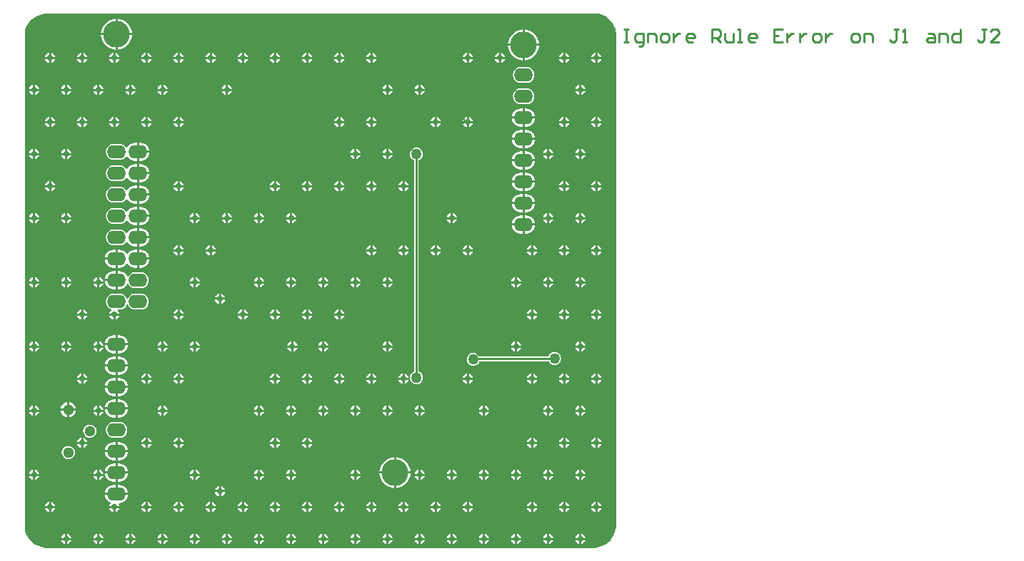
<source format=gbl>
G04*
G04 #@! TF.GenerationSoftware,Altium Limited,Altium Designer,22.10.1 (41)*
G04*
G04 Layer_Physical_Order=2*
G04 Layer_Color=16711680*
%FSLAX25Y25*%
%MOIN*%
G70*
G04*
G04 #@! TF.SameCoordinates,DCEE1EC3-E607-4C09-92B5-72201EF966A2*
G04*
G04*
G04 #@! TF.FilePolarity,Positive*
G04*
G01*
G75*
%ADD13C,0.00591*%
%ADD15C,0.01000*%
%ADD40C,0.05079*%
%ADD41O,0.08858X0.06299*%
%ADD42C,0.02800*%
%ADD43C,0.05000*%
%ADD44C,0.12500*%
G36*
X268271Y248635D02*
X270000Y247919D01*
X271556Y246879D01*
X272879Y245556D01*
X273919Y244000D01*
X274635Y242271D01*
X275000Y240436D01*
Y239500D01*
Y10000D01*
Y9015D01*
X274616Y7083D01*
X273862Y5263D01*
X272767Y3625D01*
X271375Y2232D01*
X269737Y1138D01*
X267917Y384D01*
X265985Y0D01*
X9015D01*
X7083Y384D01*
X5263Y1138D01*
X3625Y2232D01*
X2232Y3625D01*
X1138Y5263D01*
X384Y7083D01*
X0Y9015D01*
Y10000D01*
Y239000D01*
Y239985D01*
X384Y241917D01*
X1138Y243737D01*
X2232Y245375D01*
X3625Y246767D01*
X5263Y247862D01*
X7083Y248616D01*
X9015Y249000D01*
X266436D01*
X268271Y248635D01*
D02*
G37*
%LPC*%
G36*
X43000Y246818D02*
Y240083D01*
X49736D01*
X49645Y241004D01*
X49231Y242371D01*
X48557Y243630D01*
X47651Y244734D01*
X46547Y245640D01*
X45288Y246313D01*
X43921Y246728D01*
X43000Y246818D01*
D02*
G37*
G36*
X42000D02*
X41079Y246728D01*
X39712Y246313D01*
X38453Y245640D01*
X37349Y244734D01*
X36443Y243630D01*
X35770Y242371D01*
X35355Y241004D01*
X35264Y240083D01*
X42000D01*
Y246818D01*
D02*
G37*
G36*
X233000Y241818D02*
Y235083D01*
X239736D01*
X239645Y236004D01*
X239230Y237371D01*
X238557Y238630D01*
X237651Y239734D01*
X236547Y240640D01*
X235288Y241313D01*
X233921Y241728D01*
X233000Y241818D01*
D02*
G37*
G36*
X232000D02*
X231079Y241728D01*
X229712Y241313D01*
X228453Y240640D01*
X227349Y239734D01*
X226443Y238630D01*
X225769Y237371D01*
X225355Y236004D01*
X225264Y235083D01*
X232000D01*
Y241818D01*
D02*
G37*
G36*
X49736Y239083D02*
X43000D01*
Y232347D01*
X43921Y232438D01*
X45288Y232852D01*
X46547Y233525D01*
X47651Y234431D01*
X48557Y235535D01*
X49231Y236795D01*
X49645Y238161D01*
X49736Y239083D01*
D02*
G37*
G36*
X42000D02*
X35264D01*
X35355Y238161D01*
X35770Y236795D01*
X36443Y235535D01*
X37349Y234431D01*
X38453Y233525D01*
X39712Y232852D01*
X41079Y232438D01*
X42000Y232347D01*
Y239083D01*
D02*
G37*
G36*
X267000Y230848D02*
Y229000D01*
X268848D01*
X268761Y229436D01*
X268230Y230230D01*
X267436Y230761D01*
X267000Y230848D01*
D02*
G37*
G36*
X266000D02*
X265564Y230761D01*
X264770Y230230D01*
X264239Y229436D01*
X264152Y229000D01*
X266000D01*
Y230848D01*
D02*
G37*
G36*
X252000D02*
Y229000D01*
X253848D01*
X253761Y229436D01*
X253230Y230230D01*
X252436Y230761D01*
X252000Y230848D01*
D02*
G37*
G36*
X251000D02*
X250564Y230761D01*
X249770Y230230D01*
X249239Y229436D01*
X249152Y229000D01*
X251000D01*
Y230848D01*
D02*
G37*
G36*
X222000D02*
Y229000D01*
X223848D01*
X223761Y229436D01*
X223230Y230230D01*
X222436Y230761D01*
X222000Y230848D01*
D02*
G37*
G36*
X221000D02*
X220564Y230761D01*
X219770Y230230D01*
X219239Y229436D01*
X219152Y229000D01*
X221000D01*
Y230848D01*
D02*
G37*
G36*
X207000D02*
Y229000D01*
X208848D01*
X208761Y229436D01*
X208230Y230230D01*
X207436Y230761D01*
X207000Y230848D01*
D02*
G37*
G36*
X206000D02*
X205564Y230761D01*
X204770Y230230D01*
X204239Y229436D01*
X204152Y229000D01*
X206000D01*
Y230848D01*
D02*
G37*
G36*
X162000D02*
Y229000D01*
X163848D01*
X163761Y229436D01*
X163230Y230230D01*
X162436Y230761D01*
X162000Y230848D01*
D02*
G37*
G36*
X161000D02*
X160564Y230761D01*
X159770Y230230D01*
X159239Y229436D01*
X159152Y229000D01*
X161000D01*
Y230848D01*
D02*
G37*
G36*
X147000D02*
Y229000D01*
X148848D01*
X148761Y229436D01*
X148230Y230230D01*
X147436Y230761D01*
X147000Y230848D01*
D02*
G37*
G36*
X146000D02*
X145564Y230761D01*
X144770Y230230D01*
X144239Y229436D01*
X144152Y229000D01*
X146000D01*
Y230848D01*
D02*
G37*
G36*
X132000D02*
Y229000D01*
X133848D01*
X133761Y229436D01*
X133230Y230230D01*
X132436Y230761D01*
X132000Y230848D01*
D02*
G37*
G36*
X131000D02*
X130564Y230761D01*
X129770Y230230D01*
X129239Y229436D01*
X129152Y229000D01*
X131000D01*
Y230848D01*
D02*
G37*
G36*
X117000D02*
Y229000D01*
X118848D01*
X118761Y229436D01*
X118230Y230230D01*
X117436Y230761D01*
X117000Y230848D01*
D02*
G37*
G36*
X116000D02*
X115564Y230761D01*
X114770Y230230D01*
X114239Y229436D01*
X114152Y229000D01*
X116000D01*
Y230848D01*
D02*
G37*
G36*
X102000D02*
Y229000D01*
X103848D01*
X103761Y229436D01*
X103230Y230230D01*
X102436Y230761D01*
X102000Y230848D01*
D02*
G37*
G36*
X101000D02*
X100564Y230761D01*
X99770Y230230D01*
X99239Y229436D01*
X99152Y229000D01*
X101000D01*
Y230848D01*
D02*
G37*
G36*
X87000D02*
Y229000D01*
X88848D01*
X88761Y229436D01*
X88230Y230230D01*
X87436Y230761D01*
X87000Y230848D01*
D02*
G37*
G36*
X86000D02*
X85564Y230761D01*
X84770Y230230D01*
X84239Y229436D01*
X84152Y229000D01*
X86000D01*
Y230848D01*
D02*
G37*
G36*
X72000D02*
Y229000D01*
X73848D01*
X73761Y229436D01*
X73230Y230230D01*
X72436Y230761D01*
X72000Y230848D01*
D02*
G37*
G36*
X71000D02*
X70564Y230761D01*
X69770Y230230D01*
X69239Y229436D01*
X69152Y229000D01*
X71000D01*
Y230848D01*
D02*
G37*
G36*
X57000D02*
Y229000D01*
X58848D01*
X58761Y229436D01*
X58230Y230230D01*
X57436Y230761D01*
X57000Y230848D01*
D02*
G37*
G36*
X56000D02*
X55564Y230761D01*
X54770Y230230D01*
X54239Y229436D01*
X54152Y229000D01*
X56000D01*
Y230848D01*
D02*
G37*
G36*
X42000D02*
Y229000D01*
X43848D01*
X43761Y229436D01*
X43230Y230230D01*
X42436Y230761D01*
X42000Y230848D01*
D02*
G37*
G36*
X41000D02*
X40564Y230761D01*
X39770Y230230D01*
X39239Y229436D01*
X39152Y229000D01*
X41000D01*
Y230848D01*
D02*
G37*
G36*
X27000D02*
Y229000D01*
X28848D01*
X28761Y229436D01*
X28230Y230230D01*
X27436Y230761D01*
X27000Y230848D01*
D02*
G37*
G36*
X26000D02*
X25564Y230761D01*
X24770Y230230D01*
X24239Y229436D01*
X24152Y229000D01*
X26000D01*
Y230848D01*
D02*
G37*
G36*
X12000D02*
Y229000D01*
X13848D01*
X13761Y229436D01*
X13230Y230230D01*
X12436Y230761D01*
X12000Y230848D01*
D02*
G37*
G36*
X11000D02*
X10564Y230761D01*
X9770Y230230D01*
X9239Y229436D01*
X9152Y229000D01*
X11000D01*
Y230848D01*
D02*
G37*
G36*
X239736Y234083D02*
X233000D01*
Y227347D01*
X233921Y227438D01*
X235288Y227852D01*
X236547Y228525D01*
X237651Y229431D01*
X238557Y230535D01*
X239230Y231795D01*
X239645Y233161D01*
X239736Y234083D01*
D02*
G37*
G36*
X232000D02*
X225264D01*
X225355Y233161D01*
X225769Y231795D01*
X226443Y230535D01*
X227349Y229431D01*
X228453Y228525D01*
X229712Y227852D01*
X231079Y227438D01*
X232000Y227347D01*
Y234083D01*
D02*
G37*
G36*
X268848Y228000D02*
X267000D01*
Y226152D01*
X267436Y226239D01*
X268230Y226770D01*
X268761Y227564D01*
X268848Y228000D01*
D02*
G37*
G36*
X266000D02*
X264152D01*
X264239Y227564D01*
X264770Y226770D01*
X265564Y226239D01*
X266000Y226152D01*
Y228000D01*
D02*
G37*
G36*
X253848D02*
X252000D01*
Y226152D01*
X252436Y226239D01*
X253230Y226770D01*
X253761Y227564D01*
X253848Y228000D01*
D02*
G37*
G36*
X251000D02*
X249152D01*
X249239Y227564D01*
X249770Y226770D01*
X250564Y226239D01*
X251000Y226152D01*
Y228000D01*
D02*
G37*
G36*
X223848D02*
X222000D01*
Y226152D01*
X222436Y226239D01*
X223230Y226770D01*
X223761Y227564D01*
X223848Y228000D01*
D02*
G37*
G36*
X221000D02*
X219152D01*
X219239Y227564D01*
X219770Y226770D01*
X220564Y226239D01*
X221000Y226152D01*
Y228000D01*
D02*
G37*
G36*
X208848D02*
X207000D01*
Y226152D01*
X207436Y226239D01*
X208230Y226770D01*
X208761Y227564D01*
X208848Y228000D01*
D02*
G37*
G36*
X206000D02*
X204152D01*
X204239Y227564D01*
X204770Y226770D01*
X205564Y226239D01*
X206000Y226152D01*
Y228000D01*
D02*
G37*
G36*
X163848D02*
X162000D01*
Y226152D01*
X162436Y226239D01*
X163230Y226770D01*
X163761Y227564D01*
X163848Y228000D01*
D02*
G37*
G36*
X161000D02*
X159152D01*
X159239Y227564D01*
X159770Y226770D01*
X160564Y226239D01*
X161000Y226152D01*
Y228000D01*
D02*
G37*
G36*
X148848D02*
X147000D01*
Y226152D01*
X147436Y226239D01*
X148230Y226770D01*
X148761Y227564D01*
X148848Y228000D01*
D02*
G37*
G36*
X146000D02*
X144152D01*
X144239Y227564D01*
X144770Y226770D01*
X145564Y226239D01*
X146000Y226152D01*
Y228000D01*
D02*
G37*
G36*
X133848D02*
X132000D01*
Y226152D01*
X132436Y226239D01*
X133230Y226770D01*
X133761Y227564D01*
X133848Y228000D01*
D02*
G37*
G36*
X131000D02*
X129152D01*
X129239Y227564D01*
X129770Y226770D01*
X130564Y226239D01*
X131000Y226152D01*
Y228000D01*
D02*
G37*
G36*
X118848D02*
X117000D01*
Y226152D01*
X117436Y226239D01*
X118230Y226770D01*
X118761Y227564D01*
X118848Y228000D01*
D02*
G37*
G36*
X116000D02*
X114152D01*
X114239Y227564D01*
X114770Y226770D01*
X115564Y226239D01*
X116000Y226152D01*
Y228000D01*
D02*
G37*
G36*
X103848D02*
X102000D01*
Y226152D01*
X102436Y226239D01*
X103230Y226770D01*
X103761Y227564D01*
X103848Y228000D01*
D02*
G37*
G36*
X101000D02*
X99152D01*
X99239Y227564D01*
X99770Y226770D01*
X100564Y226239D01*
X101000Y226152D01*
Y228000D01*
D02*
G37*
G36*
X88848D02*
X87000D01*
Y226152D01*
X87436Y226239D01*
X88230Y226770D01*
X88761Y227564D01*
X88848Y228000D01*
D02*
G37*
G36*
X86000D02*
X84152D01*
X84239Y227564D01*
X84770Y226770D01*
X85564Y226239D01*
X86000Y226152D01*
Y228000D01*
D02*
G37*
G36*
X73848D02*
X72000D01*
Y226152D01*
X72436Y226239D01*
X73230Y226770D01*
X73761Y227564D01*
X73848Y228000D01*
D02*
G37*
G36*
X71000D02*
X69152D01*
X69239Y227564D01*
X69770Y226770D01*
X70564Y226239D01*
X71000Y226152D01*
Y228000D01*
D02*
G37*
G36*
X58848D02*
X57000D01*
Y226152D01*
X57436Y226239D01*
X58230Y226770D01*
X58761Y227564D01*
X58848Y228000D01*
D02*
G37*
G36*
X56000D02*
X54152D01*
X54239Y227564D01*
X54770Y226770D01*
X55564Y226239D01*
X56000Y226152D01*
Y228000D01*
D02*
G37*
G36*
X43848D02*
X42000D01*
Y226152D01*
X42436Y226239D01*
X43230Y226770D01*
X43761Y227564D01*
X43848Y228000D01*
D02*
G37*
G36*
X41000D02*
X39152D01*
X39239Y227564D01*
X39770Y226770D01*
X40564Y226239D01*
X41000Y226152D01*
Y228000D01*
D02*
G37*
G36*
X28848D02*
X27000D01*
Y226152D01*
X27436Y226239D01*
X28230Y226770D01*
X28761Y227564D01*
X28848Y228000D01*
D02*
G37*
G36*
X26000D02*
X24152D01*
X24239Y227564D01*
X24770Y226770D01*
X25564Y226239D01*
X26000Y226152D01*
Y228000D01*
D02*
G37*
G36*
X13848D02*
X12000D01*
Y226152D01*
X12436Y226239D01*
X13230Y226770D01*
X13761Y227564D01*
X13848Y228000D01*
D02*
G37*
G36*
X11000D02*
X9152D01*
X9239Y227564D01*
X9770Y226770D01*
X10564Y226239D01*
X11000Y226152D01*
Y228000D01*
D02*
G37*
G36*
X233780Y224264D02*
X231221D01*
X230268Y224138D01*
X229380Y223771D01*
X228618Y223186D01*
X228032Y222423D01*
X227665Y221535D01*
X227539Y220583D01*
X227665Y219630D01*
X228032Y218742D01*
X228618Y217980D01*
X229380Y217395D01*
X230268Y217027D01*
X231221Y216902D01*
X233780D01*
X234732Y217027D01*
X235620Y217395D01*
X236383Y217980D01*
X236967Y218742D01*
X237335Y219630D01*
X237461Y220583D01*
X237335Y221535D01*
X236967Y222423D01*
X236383Y223186D01*
X235620Y223771D01*
X234732Y224138D01*
X233780Y224264D01*
D02*
G37*
G36*
X259500Y215848D02*
Y214000D01*
X261348D01*
X261261Y214436D01*
X260730Y215230D01*
X259936Y215761D01*
X259500Y215848D01*
D02*
G37*
G36*
X258500D02*
X258064Y215761D01*
X257270Y215230D01*
X256739Y214436D01*
X256652Y214000D01*
X258500D01*
Y215848D01*
D02*
G37*
G36*
X184500D02*
Y214000D01*
X186348D01*
X186261Y214436D01*
X185730Y215230D01*
X184936Y215761D01*
X184500Y215848D01*
D02*
G37*
G36*
X183500D02*
X183064Y215761D01*
X182270Y215230D01*
X181739Y214436D01*
X181652Y214000D01*
X183500D01*
Y215848D01*
D02*
G37*
G36*
X169500D02*
Y214000D01*
X171348D01*
X171261Y214436D01*
X170730Y215230D01*
X169936Y215761D01*
X169500Y215848D01*
D02*
G37*
G36*
X168500D02*
X168064Y215761D01*
X167270Y215230D01*
X166739Y214436D01*
X166652Y214000D01*
X168500D01*
Y215848D01*
D02*
G37*
G36*
X94500D02*
Y214000D01*
X96348D01*
X96261Y214436D01*
X95730Y215230D01*
X94936Y215761D01*
X94500Y215848D01*
D02*
G37*
G36*
X93500D02*
X93064Y215761D01*
X92270Y215230D01*
X91739Y214436D01*
X91652Y214000D01*
X93500D01*
Y215848D01*
D02*
G37*
G36*
X64500D02*
Y214000D01*
X66348D01*
X66261Y214436D01*
X65730Y215230D01*
X64936Y215761D01*
X64500Y215848D01*
D02*
G37*
G36*
X63500D02*
X63064Y215761D01*
X62270Y215230D01*
X61739Y214436D01*
X61652Y214000D01*
X63500D01*
Y215848D01*
D02*
G37*
G36*
X49500D02*
Y214000D01*
X51348D01*
X51261Y214436D01*
X50730Y215230D01*
X49936Y215761D01*
X49500Y215848D01*
D02*
G37*
G36*
X48500D02*
X48064Y215761D01*
X47270Y215230D01*
X46739Y214436D01*
X46652Y214000D01*
X48500D01*
Y215848D01*
D02*
G37*
G36*
X34500D02*
Y214000D01*
X36348D01*
X36261Y214436D01*
X35730Y215230D01*
X34936Y215761D01*
X34500Y215848D01*
D02*
G37*
G36*
X33500D02*
X33064Y215761D01*
X32270Y215230D01*
X31739Y214436D01*
X31652Y214000D01*
X33500D01*
Y215848D01*
D02*
G37*
G36*
X19500D02*
Y214000D01*
X21348D01*
X21261Y214436D01*
X20730Y215230D01*
X19936Y215761D01*
X19500Y215848D01*
D02*
G37*
G36*
X18500D02*
X18064Y215761D01*
X17270Y215230D01*
X16739Y214436D01*
X16652Y214000D01*
X18500D01*
Y215848D01*
D02*
G37*
G36*
X4500D02*
Y214000D01*
X6348D01*
X6261Y214436D01*
X5730Y215230D01*
X4936Y215761D01*
X4500Y215848D01*
D02*
G37*
G36*
X3500D02*
X3064Y215761D01*
X2270Y215230D01*
X1739Y214436D01*
X1652Y214000D01*
X3500D01*
Y215848D01*
D02*
G37*
G36*
X261348Y213000D02*
X259500D01*
Y211152D01*
X259936Y211239D01*
X260730Y211770D01*
X261261Y212564D01*
X261348Y213000D01*
D02*
G37*
G36*
X258500D02*
X256652D01*
X256739Y212564D01*
X257270Y211770D01*
X258064Y211239D01*
X258500Y211152D01*
Y213000D01*
D02*
G37*
G36*
X186348D02*
X184500D01*
Y211152D01*
X184936Y211239D01*
X185730Y211770D01*
X186261Y212564D01*
X186348Y213000D01*
D02*
G37*
G36*
X183500D02*
X181652D01*
X181739Y212564D01*
X182270Y211770D01*
X183064Y211239D01*
X183500Y211152D01*
Y213000D01*
D02*
G37*
G36*
X171348D02*
X169500D01*
Y211152D01*
X169936Y211239D01*
X170730Y211770D01*
X171261Y212564D01*
X171348Y213000D01*
D02*
G37*
G36*
X168500D02*
X166652D01*
X166739Y212564D01*
X167270Y211770D01*
X168064Y211239D01*
X168500Y211152D01*
Y213000D01*
D02*
G37*
G36*
X96348D02*
X94500D01*
Y211152D01*
X94936Y211239D01*
X95730Y211770D01*
X96261Y212564D01*
X96348Y213000D01*
D02*
G37*
G36*
X93500D02*
X91652D01*
X91739Y212564D01*
X92270Y211770D01*
X93064Y211239D01*
X93500Y211152D01*
Y213000D01*
D02*
G37*
G36*
X66348D02*
X64500D01*
Y211152D01*
X64936Y211239D01*
X65730Y211770D01*
X66261Y212564D01*
X66348Y213000D01*
D02*
G37*
G36*
X63500D02*
X61652D01*
X61739Y212564D01*
X62270Y211770D01*
X63064Y211239D01*
X63500Y211152D01*
Y213000D01*
D02*
G37*
G36*
X51348D02*
X49500D01*
Y211152D01*
X49936Y211239D01*
X50730Y211770D01*
X51261Y212564D01*
X51348Y213000D01*
D02*
G37*
G36*
X48500D02*
X46652D01*
X46739Y212564D01*
X47270Y211770D01*
X48064Y211239D01*
X48500Y211152D01*
Y213000D01*
D02*
G37*
G36*
X36348D02*
X34500D01*
Y211152D01*
X34936Y211239D01*
X35730Y211770D01*
X36261Y212564D01*
X36348Y213000D01*
D02*
G37*
G36*
X33500D02*
X31652D01*
X31739Y212564D01*
X32270Y211770D01*
X33064Y211239D01*
X33500Y211152D01*
Y213000D01*
D02*
G37*
G36*
X21348D02*
X19500D01*
Y211152D01*
X19936Y211239D01*
X20730Y211770D01*
X21261Y212564D01*
X21348Y213000D01*
D02*
G37*
G36*
X18500D02*
X16652D01*
X16739Y212564D01*
X17270Y211770D01*
X18064Y211239D01*
X18500Y211152D01*
Y213000D01*
D02*
G37*
G36*
X6348D02*
X4500D01*
Y211152D01*
X4936Y211239D01*
X5730Y211770D01*
X6261Y212564D01*
X6348Y213000D01*
D02*
G37*
G36*
X3500D02*
X1652D01*
X1739Y212564D01*
X2270Y211770D01*
X3064Y211239D01*
X3500Y211152D01*
Y213000D01*
D02*
G37*
G36*
X233780Y214264D02*
X231221D01*
X230268Y214138D01*
X229380Y213771D01*
X228618Y213186D01*
X228032Y212423D01*
X227665Y211535D01*
X227539Y210583D01*
X227665Y209630D01*
X228032Y208742D01*
X228618Y207980D01*
X229380Y207395D01*
X230268Y207027D01*
X231221Y206902D01*
X233780D01*
X234732Y207027D01*
X235620Y207395D01*
X236383Y207980D01*
X236967Y208742D01*
X237335Y209630D01*
X237461Y210583D01*
X237335Y211535D01*
X236967Y212423D01*
X236383Y213186D01*
X235620Y213771D01*
X234732Y214138D01*
X233780Y214264D01*
D02*
G37*
G36*
Y204768D02*
X233000D01*
Y201083D01*
X237899D01*
X237822Y201666D01*
X237404Y202675D01*
X236739Y203542D01*
X235872Y204207D01*
X234863Y204626D01*
X233780Y204768D01*
D02*
G37*
G36*
X232000D02*
X231221D01*
X230137Y204626D01*
X229128Y204207D01*
X228261Y203542D01*
X227596Y202675D01*
X227178Y201666D01*
X227101Y201083D01*
X232000D01*
Y204768D01*
D02*
G37*
G36*
X267000Y200848D02*
Y199000D01*
X268848D01*
X268761Y199436D01*
X268230Y200230D01*
X267436Y200761D01*
X267000Y200848D01*
D02*
G37*
G36*
X266000D02*
X265564Y200761D01*
X264770Y200230D01*
X264239Y199436D01*
X264152Y199000D01*
X266000D01*
Y200848D01*
D02*
G37*
G36*
X252000D02*
Y199000D01*
X253848D01*
X253761Y199436D01*
X253230Y200230D01*
X252436Y200761D01*
X252000Y200848D01*
D02*
G37*
G36*
X251000D02*
X250564Y200761D01*
X249770Y200230D01*
X249239Y199436D01*
X249152Y199000D01*
X251000D01*
Y200848D01*
D02*
G37*
G36*
X207000D02*
Y199000D01*
X208848D01*
X208761Y199436D01*
X208230Y200230D01*
X207436Y200761D01*
X207000Y200848D01*
D02*
G37*
G36*
X206000D02*
X205564Y200761D01*
X204770Y200230D01*
X204239Y199436D01*
X204152Y199000D01*
X206000D01*
Y200848D01*
D02*
G37*
G36*
X192000D02*
Y199000D01*
X193848D01*
X193761Y199436D01*
X193230Y200230D01*
X192436Y200761D01*
X192000Y200848D01*
D02*
G37*
G36*
X191000D02*
X190564Y200761D01*
X189770Y200230D01*
X189239Y199436D01*
X189152Y199000D01*
X191000D01*
Y200848D01*
D02*
G37*
G36*
X162000D02*
Y199000D01*
X163848D01*
X163761Y199436D01*
X163230Y200230D01*
X162436Y200761D01*
X162000Y200848D01*
D02*
G37*
G36*
X161000D02*
X160564Y200761D01*
X159770Y200230D01*
X159239Y199436D01*
X159152Y199000D01*
X161000D01*
Y200848D01*
D02*
G37*
G36*
X147000D02*
Y199000D01*
X148848D01*
X148761Y199436D01*
X148230Y200230D01*
X147436Y200761D01*
X147000Y200848D01*
D02*
G37*
G36*
X146000D02*
X145564Y200761D01*
X144770Y200230D01*
X144239Y199436D01*
X144152Y199000D01*
X146000D01*
Y200848D01*
D02*
G37*
G36*
X72000D02*
Y199000D01*
X73848D01*
X73761Y199436D01*
X73230Y200230D01*
X72436Y200761D01*
X72000Y200848D01*
D02*
G37*
G36*
X71000D02*
X70564Y200761D01*
X69770Y200230D01*
X69239Y199436D01*
X69152Y199000D01*
X71000D01*
Y200848D01*
D02*
G37*
G36*
X57000D02*
Y199000D01*
X58848D01*
X58761Y199436D01*
X58230Y200230D01*
X57436Y200761D01*
X57000Y200848D01*
D02*
G37*
G36*
X56000D02*
X55564Y200761D01*
X54770Y200230D01*
X54239Y199436D01*
X54152Y199000D01*
X56000D01*
Y200848D01*
D02*
G37*
G36*
X42000D02*
Y199000D01*
X43848D01*
X43761Y199436D01*
X43230Y200230D01*
X42436Y200761D01*
X42000Y200848D01*
D02*
G37*
G36*
X41000D02*
X40564Y200761D01*
X39770Y200230D01*
X39239Y199436D01*
X39152Y199000D01*
X41000D01*
Y200848D01*
D02*
G37*
G36*
X27000D02*
Y199000D01*
X28848D01*
X28761Y199436D01*
X28230Y200230D01*
X27436Y200761D01*
X27000Y200848D01*
D02*
G37*
G36*
X26000D02*
X25564Y200761D01*
X24770Y200230D01*
X24239Y199436D01*
X24152Y199000D01*
X26000D01*
Y200848D01*
D02*
G37*
G36*
X12000D02*
Y199000D01*
X13848D01*
X13761Y199436D01*
X13230Y200230D01*
X12436Y200761D01*
X12000Y200848D01*
D02*
G37*
G36*
X11000D02*
X10564Y200761D01*
X9770Y200230D01*
X9239Y199436D01*
X9152Y199000D01*
X11000D01*
Y200848D01*
D02*
G37*
G36*
X237899Y200083D02*
X233000D01*
Y196397D01*
X233780D01*
X234863Y196540D01*
X235872Y196958D01*
X236739Y197623D01*
X237404Y198490D01*
X237822Y199499D01*
X237899Y200083D01*
D02*
G37*
G36*
X232000D02*
X227101D01*
X227178Y199499D01*
X227596Y198490D01*
X228261Y197623D01*
X229128Y196958D01*
X230137Y196540D01*
X231221Y196397D01*
X232000D01*
Y200083D01*
D02*
G37*
G36*
X268848Y198000D02*
X267000D01*
Y196152D01*
X267436Y196239D01*
X268230Y196770D01*
X268761Y197564D01*
X268848Y198000D01*
D02*
G37*
G36*
X266000D02*
X264152D01*
X264239Y197564D01*
X264770Y196770D01*
X265564Y196239D01*
X266000Y196152D01*
Y198000D01*
D02*
G37*
G36*
X253848D02*
X252000D01*
Y196152D01*
X252436Y196239D01*
X253230Y196770D01*
X253761Y197564D01*
X253848Y198000D01*
D02*
G37*
G36*
X251000D02*
X249152D01*
X249239Y197564D01*
X249770Y196770D01*
X250564Y196239D01*
X251000Y196152D01*
Y198000D01*
D02*
G37*
G36*
X208848D02*
X207000D01*
Y196152D01*
X207436Y196239D01*
X208230Y196770D01*
X208761Y197564D01*
X208848Y198000D01*
D02*
G37*
G36*
X206000D02*
X204152D01*
X204239Y197564D01*
X204770Y196770D01*
X205564Y196239D01*
X206000Y196152D01*
Y198000D01*
D02*
G37*
G36*
X193848D02*
X192000D01*
Y196152D01*
X192436Y196239D01*
X193230Y196770D01*
X193761Y197564D01*
X193848Y198000D01*
D02*
G37*
G36*
X191000D02*
X189152D01*
X189239Y197564D01*
X189770Y196770D01*
X190564Y196239D01*
X191000Y196152D01*
Y198000D01*
D02*
G37*
G36*
X163848D02*
X162000D01*
Y196152D01*
X162436Y196239D01*
X163230Y196770D01*
X163761Y197564D01*
X163848Y198000D01*
D02*
G37*
G36*
X161000D02*
X159152D01*
X159239Y197564D01*
X159770Y196770D01*
X160564Y196239D01*
X161000Y196152D01*
Y198000D01*
D02*
G37*
G36*
X148848D02*
X147000D01*
Y196152D01*
X147436Y196239D01*
X148230Y196770D01*
X148761Y197564D01*
X148848Y198000D01*
D02*
G37*
G36*
X146000D02*
X144152D01*
X144239Y197564D01*
X144770Y196770D01*
X145564Y196239D01*
X146000Y196152D01*
Y198000D01*
D02*
G37*
G36*
X73848D02*
X72000D01*
Y196152D01*
X72436Y196239D01*
X73230Y196770D01*
X73761Y197564D01*
X73848Y198000D01*
D02*
G37*
G36*
X71000D02*
X69152D01*
X69239Y197564D01*
X69770Y196770D01*
X70564Y196239D01*
X71000Y196152D01*
Y198000D01*
D02*
G37*
G36*
X58848D02*
X57000D01*
Y196152D01*
X57436Y196239D01*
X58230Y196770D01*
X58761Y197564D01*
X58848Y198000D01*
D02*
G37*
G36*
X56000D02*
X54152D01*
X54239Y197564D01*
X54770Y196770D01*
X55564Y196239D01*
X56000Y196152D01*
Y198000D01*
D02*
G37*
G36*
X43848D02*
X42000D01*
Y196152D01*
X42436Y196239D01*
X43230Y196770D01*
X43761Y197564D01*
X43848Y198000D01*
D02*
G37*
G36*
X41000D02*
X39152D01*
X39239Y197564D01*
X39770Y196770D01*
X40564Y196239D01*
X41000Y196152D01*
Y198000D01*
D02*
G37*
G36*
X28848D02*
X27000D01*
Y196152D01*
X27436Y196239D01*
X28230Y196770D01*
X28761Y197564D01*
X28848Y198000D01*
D02*
G37*
G36*
X26000D02*
X24152D01*
X24239Y197564D01*
X24770Y196770D01*
X25564Y196239D01*
X26000Y196152D01*
Y198000D01*
D02*
G37*
G36*
X13848D02*
X12000D01*
Y196152D01*
X12436Y196239D01*
X13230Y196770D01*
X13761Y197564D01*
X13848Y198000D01*
D02*
G37*
G36*
X11000D02*
X9152D01*
X9239Y197564D01*
X9770Y196770D01*
X10564Y196239D01*
X11000Y196152D01*
Y198000D01*
D02*
G37*
G36*
X233780Y194768D02*
X233000D01*
Y191083D01*
X237899D01*
X237822Y191666D01*
X237404Y192675D01*
X236739Y193542D01*
X235872Y194207D01*
X234863Y194625D01*
X233780Y194768D01*
D02*
G37*
G36*
X232000D02*
X231221D01*
X230137Y194625D01*
X229128Y194207D01*
X228261Y193542D01*
X227596Y192675D01*
X227178Y191666D01*
X227101Y191083D01*
X232000D01*
Y194768D01*
D02*
G37*
G36*
X237899Y190083D02*
X233000D01*
Y186397D01*
X233780D01*
X234863Y186540D01*
X235872Y186958D01*
X236739Y187623D01*
X237404Y188490D01*
X237822Y189499D01*
X237899Y190083D01*
D02*
G37*
G36*
X232000D02*
X227101D01*
X227178Y189499D01*
X227596Y188490D01*
X228261Y187623D01*
X229128Y186958D01*
X230137Y186540D01*
X231221Y186397D01*
X232000D01*
Y190083D01*
D02*
G37*
G36*
X52000Y188768D02*
X51221D01*
X50137Y188626D01*
X49128Y188207D01*
X48261Y187542D01*
X47596Y186675D01*
X47479Y186394D01*
X46979D01*
X46968Y186423D01*
X46382Y187186D01*
X45620Y187771D01*
X44732Y188138D01*
X43780Y188264D01*
X41221D01*
X40268Y188138D01*
X39380Y187771D01*
X38618Y187186D01*
X38032Y186423D01*
X37665Y185535D01*
X37539Y184583D01*
X37665Y183630D01*
X38032Y182742D01*
X38618Y181980D01*
X39380Y181395D01*
X40268Y181027D01*
X41221Y180902D01*
X43780D01*
X44732Y181027D01*
X45620Y181395D01*
X46382Y181980D01*
X46968Y182742D01*
X46979Y182771D01*
X47479D01*
X47596Y182490D01*
X48261Y181623D01*
X49128Y180958D01*
X50137Y180540D01*
X51221Y180397D01*
X52000D01*
Y184583D01*
Y188768D01*
D02*
G37*
G36*
X53780D02*
X53000D01*
Y185083D01*
X57899D01*
X57822Y185666D01*
X57404Y186675D01*
X56739Y187542D01*
X55872Y188207D01*
X54863Y188626D01*
X53780Y188768D01*
D02*
G37*
G36*
X259500Y185848D02*
Y184000D01*
X261348D01*
X261261Y184436D01*
X260730Y185230D01*
X259936Y185761D01*
X259500Y185848D01*
D02*
G37*
G36*
X258500D02*
X258064Y185761D01*
X257270Y185230D01*
X256739Y184436D01*
X256652Y184000D01*
X258500D01*
Y185848D01*
D02*
G37*
G36*
X244500D02*
Y184000D01*
X246348D01*
X246261Y184436D01*
X245730Y185230D01*
X244936Y185761D01*
X244500Y185848D01*
D02*
G37*
G36*
X243500D02*
X243064Y185761D01*
X242270Y185230D01*
X241739Y184436D01*
X241652Y184000D01*
X243500D01*
Y185848D01*
D02*
G37*
G36*
X169500D02*
Y184000D01*
X171348D01*
X171261Y184436D01*
X170730Y185230D01*
X169936Y185761D01*
X169500Y185848D01*
D02*
G37*
G36*
X168500D02*
X168064Y185761D01*
X167270Y185230D01*
X166739Y184436D01*
X166652Y184000D01*
X168500D01*
Y185848D01*
D02*
G37*
G36*
X154500D02*
Y184000D01*
X156348D01*
X156261Y184436D01*
X155730Y185230D01*
X154936Y185761D01*
X154500Y185848D01*
D02*
G37*
G36*
X153500D02*
X153064Y185761D01*
X152270Y185230D01*
X151739Y184436D01*
X151652Y184000D01*
X153500D01*
Y185848D01*
D02*
G37*
G36*
X19500D02*
Y184000D01*
X21348D01*
X21261Y184436D01*
X20730Y185230D01*
X19936Y185761D01*
X19500Y185848D01*
D02*
G37*
G36*
X18500D02*
X18064Y185761D01*
X17270Y185230D01*
X16739Y184436D01*
X16652Y184000D01*
X18500D01*
Y185848D01*
D02*
G37*
G36*
X4500D02*
Y184000D01*
X6348D01*
X6261Y184436D01*
X5730Y185230D01*
X4936Y185761D01*
X4500Y185848D01*
D02*
G37*
G36*
X3500D02*
X3064Y185761D01*
X2270Y185230D01*
X1739Y184436D01*
X1652Y184000D01*
X3500D01*
Y185848D01*
D02*
G37*
G36*
X21348Y183000D02*
X19500D01*
Y181152D01*
X19936Y181239D01*
X20730Y181770D01*
X21261Y182564D01*
X21348Y183000D01*
D02*
G37*
G36*
X18500D02*
X16652D01*
X16739Y182564D01*
X17270Y181770D01*
X18064Y181239D01*
X18500Y181152D01*
Y183000D01*
D02*
G37*
G36*
X6348D02*
X4500D01*
Y181152D01*
X4936Y181239D01*
X5730Y181770D01*
X6261Y182564D01*
X6348Y183000D01*
D02*
G37*
G36*
X3500D02*
X1652D01*
X1739Y182564D01*
X2270Y181770D01*
X3064Y181239D01*
X3500Y181152D01*
Y183000D01*
D02*
G37*
G36*
X261348D02*
X259500D01*
Y181152D01*
X259936Y181239D01*
X260730Y181770D01*
X261261Y182564D01*
X261348Y183000D01*
D02*
G37*
G36*
X258500D02*
X256652D01*
X256739Y182564D01*
X257270Y181770D01*
X258064Y181239D01*
X258500Y181152D01*
Y183000D01*
D02*
G37*
G36*
X246348D02*
X244500D01*
Y181152D01*
X244936Y181239D01*
X245730Y181770D01*
X246261Y182564D01*
X246348Y183000D01*
D02*
G37*
G36*
X243500D02*
X241652D01*
X241739Y182564D01*
X242270Y181770D01*
X243064Y181239D01*
X243500Y181152D01*
Y183000D01*
D02*
G37*
G36*
X171348D02*
X169500D01*
Y181152D01*
X169936Y181239D01*
X170730Y181770D01*
X171261Y182564D01*
X171348Y183000D01*
D02*
G37*
G36*
X168500D02*
X166652D01*
X166739Y182564D01*
X167270Y181770D01*
X168064Y181239D01*
X168500Y181152D01*
Y183000D01*
D02*
G37*
G36*
X156348D02*
X154500D01*
Y181152D01*
X154936Y181239D01*
X155730Y181770D01*
X156261Y182564D01*
X156348Y183000D01*
D02*
G37*
G36*
X153500D02*
X151652D01*
X151739Y182564D01*
X152270Y181770D01*
X153064Y181239D01*
X153500Y181152D01*
Y183000D01*
D02*
G37*
G36*
X233780Y184768D02*
X233000D01*
Y181083D01*
X237899D01*
X237822Y181666D01*
X237404Y182675D01*
X236739Y183542D01*
X235872Y184207D01*
X234863Y184625D01*
X233780Y184768D01*
D02*
G37*
G36*
X232000D02*
X231221D01*
X230137Y184625D01*
X229128Y184207D01*
X228261Y183542D01*
X227596Y182675D01*
X227178Y181666D01*
X227101Y181083D01*
X232000D01*
Y184768D01*
D02*
G37*
G36*
X57899Y184083D02*
X53000D01*
Y180397D01*
X53780D01*
X54863Y180540D01*
X55872Y180958D01*
X56739Y181623D01*
X57404Y182490D01*
X57822Y183499D01*
X57899Y184083D01*
D02*
G37*
G36*
X237899Y180083D02*
X233000D01*
Y176397D01*
X233780D01*
X234863Y176540D01*
X235872Y176958D01*
X236739Y177623D01*
X237404Y178490D01*
X237822Y179499D01*
X237899Y180083D01*
D02*
G37*
G36*
X232000D02*
X227101D01*
X227178Y179499D01*
X227596Y178490D01*
X228261Y177623D01*
X229128Y176958D01*
X230137Y176540D01*
X231221Y176397D01*
X232000D01*
Y180083D01*
D02*
G37*
G36*
X52000Y178768D02*
X51221D01*
X50137Y178626D01*
X49128Y178207D01*
X48261Y177542D01*
X47596Y176675D01*
X47479Y176394D01*
X46979D01*
X46968Y176423D01*
X46382Y177186D01*
X45620Y177771D01*
X44732Y178138D01*
X43780Y178264D01*
X41221D01*
X40268Y178138D01*
X39380Y177771D01*
X38618Y177186D01*
X38032Y176423D01*
X37665Y175535D01*
X37539Y174583D01*
X37665Y173630D01*
X38032Y172742D01*
X38618Y171980D01*
X39380Y171395D01*
X40268Y171027D01*
X41221Y170902D01*
X43780D01*
X44732Y171027D01*
X45620Y171395D01*
X46382Y171980D01*
X46968Y172742D01*
X46979Y172771D01*
X47479D01*
X47596Y172490D01*
X48261Y171623D01*
X49128Y170958D01*
X50137Y170540D01*
X51221Y170397D01*
X52000D01*
Y174583D01*
Y178768D01*
D02*
G37*
G36*
X53780D02*
X53000D01*
Y175083D01*
X57899D01*
X57822Y175666D01*
X57404Y176675D01*
X56739Y177542D01*
X55872Y178207D01*
X54863Y178626D01*
X53780Y178768D01*
D02*
G37*
G36*
X233780Y174768D02*
X233000D01*
Y171083D01*
X237899D01*
X237822Y171666D01*
X237404Y172675D01*
X236739Y173542D01*
X235872Y174207D01*
X234863Y174626D01*
X233780Y174768D01*
D02*
G37*
G36*
X232000D02*
X231221D01*
X230137Y174626D01*
X229128Y174207D01*
X228261Y173542D01*
X227596Y172675D01*
X227178Y171666D01*
X227101Y171083D01*
X232000D01*
Y174768D01*
D02*
G37*
G36*
X57899Y174083D02*
X53000D01*
Y170397D01*
X53780D01*
X54863Y170540D01*
X55872Y170958D01*
X56739Y171623D01*
X57404Y172490D01*
X57822Y173499D01*
X57899Y174083D01*
D02*
G37*
G36*
X267000Y170848D02*
Y169000D01*
X268848D01*
X268761Y169436D01*
X268230Y170230D01*
X267436Y170761D01*
X267000Y170848D01*
D02*
G37*
G36*
X266000D02*
X265564Y170761D01*
X264770Y170230D01*
X264239Y169436D01*
X264152Y169000D01*
X266000D01*
Y170848D01*
D02*
G37*
G36*
X252000D02*
Y169000D01*
X253848D01*
X253761Y169436D01*
X253230Y170230D01*
X252436Y170761D01*
X252000Y170848D01*
D02*
G37*
G36*
X251000D02*
X250564Y170761D01*
X249770Y170230D01*
X249239Y169436D01*
X249152Y169000D01*
X251000D01*
Y170848D01*
D02*
G37*
G36*
X177000D02*
Y169000D01*
X178848D01*
X178761Y169436D01*
X178230Y170230D01*
X177436Y170761D01*
X177000Y170848D01*
D02*
G37*
G36*
X176000D02*
X175564Y170761D01*
X174770Y170230D01*
X174239Y169436D01*
X174152Y169000D01*
X176000D01*
Y170848D01*
D02*
G37*
G36*
X162000D02*
Y169000D01*
X163848D01*
X163761Y169436D01*
X163230Y170230D01*
X162436Y170761D01*
X162000Y170848D01*
D02*
G37*
G36*
X161000D02*
X160564Y170761D01*
X159770Y170230D01*
X159239Y169436D01*
X159152Y169000D01*
X161000D01*
Y170848D01*
D02*
G37*
G36*
X147000D02*
Y169000D01*
X148848D01*
X148761Y169436D01*
X148230Y170230D01*
X147436Y170761D01*
X147000Y170848D01*
D02*
G37*
G36*
X146000D02*
X145564Y170761D01*
X144770Y170230D01*
X144239Y169436D01*
X144152Y169000D01*
X146000D01*
Y170848D01*
D02*
G37*
G36*
X132000D02*
Y169000D01*
X133848D01*
X133761Y169436D01*
X133230Y170230D01*
X132436Y170761D01*
X132000Y170848D01*
D02*
G37*
G36*
X131000D02*
X130564Y170761D01*
X129770Y170230D01*
X129239Y169436D01*
X129152Y169000D01*
X131000D01*
Y170848D01*
D02*
G37*
G36*
X117000D02*
Y169000D01*
X118848D01*
X118761Y169436D01*
X118230Y170230D01*
X117436Y170761D01*
X117000Y170848D01*
D02*
G37*
G36*
X116000D02*
X115564Y170761D01*
X114770Y170230D01*
X114239Y169436D01*
X114152Y169000D01*
X116000D01*
Y170848D01*
D02*
G37*
G36*
X72000D02*
Y169000D01*
X73848D01*
X73761Y169436D01*
X73230Y170230D01*
X72436Y170761D01*
X72000Y170848D01*
D02*
G37*
G36*
X71000D02*
X70564Y170761D01*
X69770Y170230D01*
X69239Y169436D01*
X69152Y169000D01*
X71000D01*
Y170848D01*
D02*
G37*
G36*
X12000D02*
Y169000D01*
X13848D01*
X13761Y169436D01*
X13230Y170230D01*
X12436Y170761D01*
X12000Y170848D01*
D02*
G37*
G36*
X11000D02*
X10564Y170761D01*
X9770Y170230D01*
X9239Y169436D01*
X9152Y169000D01*
X11000D01*
Y170848D01*
D02*
G37*
G36*
X237899Y170083D02*
X233000D01*
Y166397D01*
X233780D01*
X234863Y166540D01*
X235872Y166958D01*
X236739Y167623D01*
X237404Y168490D01*
X237822Y169499D01*
X237899Y170083D01*
D02*
G37*
G36*
X232000D02*
X227101D01*
X227178Y169499D01*
X227596Y168490D01*
X228261Y167623D01*
X229128Y166958D01*
X230137Y166540D01*
X231221Y166397D01*
X232000D01*
Y170083D01*
D02*
G37*
G36*
X52000Y168768D02*
X51221D01*
X50137Y168625D01*
X49128Y168207D01*
X48261Y167542D01*
X47596Y166675D01*
X47479Y166394D01*
X46979D01*
X46968Y166423D01*
X46382Y167186D01*
X45620Y167771D01*
X44732Y168138D01*
X43780Y168264D01*
X41221D01*
X40268Y168138D01*
X39380Y167771D01*
X38618Y167186D01*
X38032Y166423D01*
X37665Y165535D01*
X37539Y164583D01*
X37665Y163630D01*
X38032Y162742D01*
X38618Y161980D01*
X39380Y161395D01*
X40268Y161027D01*
X41221Y160902D01*
X43780D01*
X44732Y161027D01*
X45620Y161395D01*
X46382Y161980D01*
X46968Y162742D01*
X46979Y162771D01*
X47479D01*
X47596Y162490D01*
X48261Y161623D01*
X49128Y160958D01*
X50137Y160540D01*
X51221Y160397D01*
X52000D01*
Y164583D01*
Y168768D01*
D02*
G37*
G36*
X268848Y168000D02*
X267000D01*
Y166152D01*
X267436Y166239D01*
X268230Y166770D01*
X268761Y167564D01*
X268848Y168000D01*
D02*
G37*
G36*
X266000D02*
X264152D01*
X264239Y167564D01*
X264770Y166770D01*
X265564Y166239D01*
X266000Y166152D01*
Y168000D01*
D02*
G37*
G36*
X253848D02*
X252000D01*
Y166152D01*
X252436Y166239D01*
X253230Y166770D01*
X253761Y167564D01*
X253848Y168000D01*
D02*
G37*
G36*
X251000D02*
X249152D01*
X249239Y167564D01*
X249770Y166770D01*
X250564Y166239D01*
X251000Y166152D01*
Y168000D01*
D02*
G37*
G36*
X178848D02*
X177000D01*
Y166152D01*
X177436Y166239D01*
X178230Y166770D01*
X178761Y167564D01*
X178848Y168000D01*
D02*
G37*
G36*
X176000D02*
X174152D01*
X174239Y167564D01*
X174770Y166770D01*
X175564Y166239D01*
X176000Y166152D01*
Y168000D01*
D02*
G37*
G36*
X163848D02*
X162000D01*
Y166152D01*
X162436Y166239D01*
X163230Y166770D01*
X163761Y167564D01*
X163848Y168000D01*
D02*
G37*
G36*
X161000D02*
X159152D01*
X159239Y167564D01*
X159770Y166770D01*
X160564Y166239D01*
X161000Y166152D01*
Y168000D01*
D02*
G37*
G36*
X148848D02*
X147000D01*
Y166152D01*
X147436Y166239D01*
X148230Y166770D01*
X148761Y167564D01*
X148848Y168000D01*
D02*
G37*
G36*
X146000D02*
X144152D01*
X144239Y167564D01*
X144770Y166770D01*
X145564Y166239D01*
X146000Y166152D01*
Y168000D01*
D02*
G37*
G36*
X133848D02*
X132000D01*
Y166152D01*
X132436Y166239D01*
X133230Y166770D01*
X133761Y167564D01*
X133848Y168000D01*
D02*
G37*
G36*
X131000D02*
X129152D01*
X129239Y167564D01*
X129770Y166770D01*
X130564Y166239D01*
X131000Y166152D01*
Y168000D01*
D02*
G37*
G36*
X118848D02*
X117000D01*
Y166152D01*
X117436Y166239D01*
X118230Y166770D01*
X118761Y167564D01*
X118848Y168000D01*
D02*
G37*
G36*
X116000D02*
X114152D01*
X114239Y167564D01*
X114770Y166770D01*
X115564Y166239D01*
X116000Y166152D01*
Y168000D01*
D02*
G37*
G36*
X73848D02*
X72000D01*
Y166152D01*
X72436Y166239D01*
X73230Y166770D01*
X73761Y167564D01*
X73848Y168000D01*
D02*
G37*
G36*
X71000D02*
X69152D01*
X69239Y167564D01*
X69770Y166770D01*
X70564Y166239D01*
X71000Y166152D01*
Y168000D01*
D02*
G37*
G36*
X13848D02*
X12000D01*
Y166152D01*
X12436Y166239D01*
X13230Y166770D01*
X13761Y167564D01*
X13848Y168000D01*
D02*
G37*
G36*
X11000D02*
X9152D01*
X9239Y167564D01*
X9770Y166770D01*
X10564Y166239D01*
X11000Y166152D01*
Y168000D01*
D02*
G37*
G36*
X53780Y168768D02*
X53000D01*
Y165083D01*
X57899D01*
X57822Y165666D01*
X57404Y166675D01*
X56739Y167542D01*
X55872Y168207D01*
X54863Y168625D01*
X53780Y168768D01*
D02*
G37*
G36*
X233780Y164768D02*
X233000D01*
Y161083D01*
X237899D01*
X237822Y161666D01*
X237404Y162675D01*
X236739Y163542D01*
X235872Y164207D01*
X234863Y164626D01*
X233780Y164768D01*
D02*
G37*
G36*
X232000D02*
X231221D01*
X230137Y164626D01*
X229128Y164207D01*
X228261Y163542D01*
X227596Y162675D01*
X227178Y161666D01*
X227101Y161083D01*
X232000D01*
Y164768D01*
D02*
G37*
G36*
X57899Y164083D02*
X53000D01*
Y160397D01*
X53780D01*
X54863Y160540D01*
X55872Y160958D01*
X56739Y161623D01*
X57404Y162490D01*
X57822Y163499D01*
X57899Y164083D01*
D02*
G37*
G36*
X237899Y160083D02*
X233000D01*
Y156397D01*
X233780D01*
X234863Y156540D01*
X235872Y156958D01*
X236739Y157623D01*
X237404Y158490D01*
X237822Y159499D01*
X237899Y160083D01*
D02*
G37*
G36*
X232000D02*
X227101D01*
X227178Y159499D01*
X227596Y158490D01*
X228261Y157623D01*
X229128Y156958D01*
X230137Y156540D01*
X231221Y156397D01*
X232000D01*
Y160083D01*
D02*
G37*
G36*
X52000Y158768D02*
X51221D01*
X50137Y158625D01*
X49128Y158207D01*
X48261Y157542D01*
X47596Y156675D01*
X47479Y156394D01*
X46979D01*
X46968Y156423D01*
X46382Y157186D01*
X45620Y157771D01*
X44732Y158138D01*
X43780Y158264D01*
X41221D01*
X40268Y158138D01*
X39380Y157771D01*
X38618Y157186D01*
X38032Y156423D01*
X37665Y155535D01*
X37539Y154583D01*
X37665Y153630D01*
X38032Y152742D01*
X38618Y151980D01*
X39380Y151395D01*
X40268Y151027D01*
X41221Y150902D01*
X43780D01*
X44732Y151027D01*
X45620Y151395D01*
X46382Y151980D01*
X46968Y152742D01*
X46979Y152771D01*
X47479D01*
X47596Y152490D01*
X48261Y151623D01*
X49128Y150958D01*
X50137Y150540D01*
X51221Y150397D01*
X52000D01*
Y154583D01*
Y158768D01*
D02*
G37*
G36*
X53780D02*
X53000D01*
Y155083D01*
X57899D01*
X57822Y155666D01*
X57404Y156675D01*
X56739Y157542D01*
X55872Y158207D01*
X54863Y158625D01*
X53780Y158768D01*
D02*
G37*
G36*
X259500Y155848D02*
Y154000D01*
X261348D01*
X261261Y154436D01*
X260730Y155230D01*
X259936Y155761D01*
X259500Y155848D01*
D02*
G37*
G36*
X258500D02*
X258064Y155761D01*
X257270Y155230D01*
X256739Y154436D01*
X256652Y154000D01*
X258500D01*
Y155848D01*
D02*
G37*
G36*
X244500D02*
Y154000D01*
X246348D01*
X246261Y154436D01*
X245730Y155230D01*
X244936Y155761D01*
X244500Y155848D01*
D02*
G37*
G36*
X243500D02*
X243064Y155761D01*
X242270Y155230D01*
X241739Y154436D01*
X241652Y154000D01*
X243500D01*
Y155848D01*
D02*
G37*
G36*
X199500D02*
Y154000D01*
X201348D01*
X201261Y154436D01*
X200730Y155230D01*
X199936Y155761D01*
X199500Y155848D01*
D02*
G37*
G36*
X198500D02*
X198064Y155761D01*
X197270Y155230D01*
X196739Y154436D01*
X196652Y154000D01*
X198500D01*
Y155848D01*
D02*
G37*
G36*
X124500D02*
Y154000D01*
X126348D01*
X126261Y154436D01*
X125730Y155230D01*
X124936Y155761D01*
X124500Y155848D01*
D02*
G37*
G36*
X123500D02*
X123064Y155761D01*
X122270Y155230D01*
X121739Y154436D01*
X121652Y154000D01*
X123500D01*
Y155848D01*
D02*
G37*
G36*
X109500D02*
Y154000D01*
X111348D01*
X111261Y154436D01*
X110730Y155230D01*
X109936Y155761D01*
X109500Y155848D01*
D02*
G37*
G36*
X108500D02*
X108064Y155761D01*
X107270Y155230D01*
X106739Y154436D01*
X106652Y154000D01*
X108500D01*
Y155848D01*
D02*
G37*
G36*
X94500D02*
Y154000D01*
X96348D01*
X96261Y154436D01*
X95730Y155230D01*
X94936Y155761D01*
X94500Y155848D01*
D02*
G37*
G36*
X93500D02*
X93064Y155761D01*
X92270Y155230D01*
X91739Y154436D01*
X91652Y154000D01*
X93500D01*
Y155848D01*
D02*
G37*
G36*
X79500D02*
Y154000D01*
X81348D01*
X81261Y154436D01*
X80730Y155230D01*
X79936Y155761D01*
X79500Y155848D01*
D02*
G37*
G36*
X78500D02*
X78064Y155761D01*
X77270Y155230D01*
X76739Y154436D01*
X76652Y154000D01*
X78500D01*
Y155848D01*
D02*
G37*
G36*
X19500D02*
Y154000D01*
X21348D01*
X21261Y154436D01*
X20730Y155230D01*
X19936Y155761D01*
X19500Y155848D01*
D02*
G37*
G36*
X18500D02*
X18064Y155761D01*
X17270Y155230D01*
X16739Y154436D01*
X16652Y154000D01*
X18500D01*
Y155848D01*
D02*
G37*
G36*
X4500D02*
Y154000D01*
X6348D01*
X6261Y154436D01*
X5730Y155230D01*
X4936Y155761D01*
X4500Y155848D01*
D02*
G37*
G36*
X3500D02*
X3064Y155761D01*
X2270Y155230D01*
X1739Y154436D01*
X1652Y154000D01*
X3500D01*
Y155848D01*
D02*
G37*
G36*
X261348Y153000D02*
X259500D01*
Y151152D01*
X259936Y151239D01*
X260730Y151770D01*
X261261Y152564D01*
X261348Y153000D01*
D02*
G37*
G36*
X258500D02*
X256652D01*
X256739Y152564D01*
X257270Y151770D01*
X258064Y151239D01*
X258500Y151152D01*
Y153000D01*
D02*
G37*
G36*
X246348D02*
X244500D01*
Y151152D01*
X244936Y151239D01*
X245730Y151770D01*
X246261Y152564D01*
X246348Y153000D01*
D02*
G37*
G36*
X243500D02*
X241652D01*
X241739Y152564D01*
X242270Y151770D01*
X243064Y151239D01*
X243500Y151152D01*
Y153000D01*
D02*
G37*
G36*
X201348D02*
X199500D01*
Y151152D01*
X199936Y151239D01*
X200730Y151770D01*
X201261Y152564D01*
X201348Y153000D01*
D02*
G37*
G36*
X198500D02*
X196652D01*
X196739Y152564D01*
X197270Y151770D01*
X198064Y151239D01*
X198500Y151152D01*
Y153000D01*
D02*
G37*
G36*
X126348D02*
X124500D01*
Y151152D01*
X124936Y151239D01*
X125730Y151770D01*
X126261Y152564D01*
X126348Y153000D01*
D02*
G37*
G36*
X123500D02*
X121652D01*
X121739Y152564D01*
X122270Y151770D01*
X123064Y151239D01*
X123500Y151152D01*
Y153000D01*
D02*
G37*
G36*
X111348D02*
X109500D01*
Y151152D01*
X109936Y151239D01*
X110730Y151770D01*
X111261Y152564D01*
X111348Y153000D01*
D02*
G37*
G36*
X108500D02*
X106652D01*
X106739Y152564D01*
X107270Y151770D01*
X108064Y151239D01*
X108500Y151152D01*
Y153000D01*
D02*
G37*
G36*
X96348D02*
X94500D01*
Y151152D01*
X94936Y151239D01*
X95730Y151770D01*
X96261Y152564D01*
X96348Y153000D01*
D02*
G37*
G36*
X93500D02*
X91652D01*
X91739Y152564D01*
X92270Y151770D01*
X93064Y151239D01*
X93500Y151152D01*
Y153000D01*
D02*
G37*
G36*
X81348D02*
X79500D01*
Y151152D01*
X79936Y151239D01*
X80730Y151770D01*
X81261Y152564D01*
X81348Y153000D01*
D02*
G37*
G36*
X78500D02*
X76652D01*
X76739Y152564D01*
X77270Y151770D01*
X78064Y151239D01*
X78500Y151152D01*
Y153000D01*
D02*
G37*
G36*
X21348D02*
X19500D01*
Y151152D01*
X19936Y151239D01*
X20730Y151770D01*
X21261Y152564D01*
X21348Y153000D01*
D02*
G37*
G36*
X18500D02*
X16652D01*
X16739Y152564D01*
X17270Y151770D01*
X18064Y151239D01*
X18500Y151152D01*
Y153000D01*
D02*
G37*
G36*
X6348D02*
X4500D01*
Y151152D01*
X4936Y151239D01*
X5730Y151770D01*
X6261Y152564D01*
X6348Y153000D01*
D02*
G37*
G36*
X3500D02*
X1652D01*
X1739Y152564D01*
X2270Y151770D01*
X3064Y151239D01*
X3500Y151152D01*
Y153000D01*
D02*
G37*
G36*
X233780Y154768D02*
X233000D01*
Y151083D01*
X237899D01*
X237822Y151666D01*
X237404Y152675D01*
X236739Y153542D01*
X235872Y154207D01*
X234863Y154625D01*
X233780Y154768D01*
D02*
G37*
G36*
X232000D02*
X231221D01*
X230137Y154625D01*
X229128Y154207D01*
X228261Y153542D01*
X227596Y152675D01*
X227178Y151666D01*
X227101Y151083D01*
X232000D01*
Y154768D01*
D02*
G37*
G36*
X57899Y154083D02*
X53000D01*
Y150397D01*
X53780D01*
X54863Y150540D01*
X55872Y150958D01*
X56739Y151623D01*
X57404Y152490D01*
X57822Y153499D01*
X57899Y154083D01*
D02*
G37*
G36*
X237899Y150083D02*
X233000D01*
Y146397D01*
X233780D01*
X234863Y146540D01*
X235872Y146958D01*
X236739Y147623D01*
X237404Y148490D01*
X237822Y149499D01*
X237899Y150083D01*
D02*
G37*
G36*
X232000D02*
X227101D01*
X227178Y149499D01*
X227596Y148490D01*
X228261Y147623D01*
X229128Y146958D01*
X230137Y146540D01*
X231221Y146397D01*
X232000D01*
Y150083D01*
D02*
G37*
G36*
X52000Y148768D02*
X51221D01*
X50137Y148626D01*
X49128Y148207D01*
X48261Y147542D01*
X47596Y146675D01*
X47479Y146394D01*
X46979D01*
X46968Y146423D01*
X46382Y147186D01*
X45620Y147771D01*
X44732Y148138D01*
X43780Y148264D01*
X41221D01*
X40268Y148138D01*
X39380Y147771D01*
X38618Y147186D01*
X38032Y146423D01*
X37665Y145535D01*
X37539Y144583D01*
X37665Y143630D01*
X38032Y142742D01*
X38618Y141980D01*
X39380Y141395D01*
X40268Y141027D01*
X41221Y140902D01*
X43780D01*
X44732Y141027D01*
X45620Y141395D01*
X46382Y141980D01*
X46968Y142742D01*
X46979Y142771D01*
X47479D01*
X47596Y142490D01*
X48261Y141623D01*
X49128Y140958D01*
X50137Y140540D01*
X51221Y140397D01*
X52000D01*
Y144583D01*
Y148768D01*
D02*
G37*
G36*
X53780D02*
X53000D01*
Y145083D01*
X57899D01*
X57822Y145666D01*
X57404Y146675D01*
X56739Y147542D01*
X55872Y148207D01*
X54863Y148626D01*
X53780Y148768D01*
D02*
G37*
G36*
X57899Y144083D02*
X53000D01*
Y140397D01*
X53780D01*
X54863Y140540D01*
X55872Y140958D01*
X56739Y141623D01*
X57404Y142490D01*
X57822Y143499D01*
X57899Y144083D01*
D02*
G37*
G36*
X267000Y140848D02*
Y139000D01*
X268848D01*
X268761Y139436D01*
X268230Y140230D01*
X267436Y140761D01*
X267000Y140848D01*
D02*
G37*
G36*
X266000D02*
X265564Y140761D01*
X264770Y140230D01*
X264239Y139436D01*
X264152Y139000D01*
X266000D01*
Y140848D01*
D02*
G37*
G36*
X252000D02*
Y139000D01*
X253848D01*
X253761Y139436D01*
X253230Y140230D01*
X252436Y140761D01*
X252000Y140848D01*
D02*
G37*
G36*
X251000D02*
X250564Y140761D01*
X249770Y140230D01*
X249239Y139436D01*
X249152Y139000D01*
X251000D01*
Y140848D01*
D02*
G37*
G36*
X237000D02*
Y139000D01*
X238848D01*
X238761Y139436D01*
X238230Y140230D01*
X237436Y140761D01*
X237000Y140848D01*
D02*
G37*
G36*
X236000D02*
X235564Y140761D01*
X234770Y140230D01*
X234239Y139436D01*
X234152Y139000D01*
X236000D01*
Y140848D01*
D02*
G37*
G36*
X207000D02*
Y139000D01*
X208848D01*
X208761Y139436D01*
X208230Y140230D01*
X207436Y140761D01*
X207000Y140848D01*
D02*
G37*
G36*
X206000D02*
X205564Y140761D01*
X204770Y140230D01*
X204239Y139436D01*
X204152Y139000D01*
X206000D01*
Y140848D01*
D02*
G37*
G36*
X192000D02*
Y139000D01*
X193848D01*
X193761Y139436D01*
X193230Y140230D01*
X192436Y140761D01*
X192000Y140848D01*
D02*
G37*
G36*
X191000D02*
X190564Y140761D01*
X189770Y140230D01*
X189239Y139436D01*
X189152Y139000D01*
X191000D01*
Y140848D01*
D02*
G37*
G36*
X177000D02*
Y139000D01*
X178848D01*
X178761Y139436D01*
X178230Y140230D01*
X177436Y140761D01*
X177000Y140848D01*
D02*
G37*
G36*
X176000D02*
X175564Y140761D01*
X174770Y140230D01*
X174239Y139436D01*
X174152Y139000D01*
X176000D01*
Y140848D01*
D02*
G37*
G36*
X162000D02*
Y139000D01*
X163848D01*
X163761Y139436D01*
X163230Y140230D01*
X162436Y140761D01*
X162000Y140848D01*
D02*
G37*
G36*
X161000D02*
X160564Y140761D01*
X159770Y140230D01*
X159239Y139436D01*
X159152Y139000D01*
X161000D01*
Y140848D01*
D02*
G37*
G36*
X87000D02*
Y139000D01*
X88848D01*
X88761Y139436D01*
X88230Y140230D01*
X87436Y140761D01*
X87000Y140848D01*
D02*
G37*
G36*
X86000D02*
X85564Y140761D01*
X84770Y140230D01*
X84239Y139436D01*
X84152Y139000D01*
X86000D01*
Y140848D01*
D02*
G37*
G36*
X72000D02*
Y139000D01*
X73848D01*
X73761Y139436D01*
X73230Y140230D01*
X72436Y140761D01*
X72000Y140848D01*
D02*
G37*
G36*
X71000D02*
X70564Y140761D01*
X69770Y140230D01*
X69239Y139436D01*
X69152Y139000D01*
X71000D01*
Y140848D01*
D02*
G37*
G36*
X52000Y138768D02*
X51221D01*
X50137Y138626D01*
X49128Y138207D01*
X48261Y137542D01*
X47808Y136952D01*
X47192D01*
X46739Y137542D01*
X45872Y138207D01*
X44863Y138626D01*
X43780Y138768D01*
X43000D01*
Y134583D01*
Y130397D01*
X43780D01*
X44863Y130540D01*
X45872Y130958D01*
X46739Y131623D01*
X47192Y132213D01*
X47808D01*
X48261Y131623D01*
X49128Y130958D01*
X50137Y130540D01*
X51221Y130397D01*
X52000D01*
Y134583D01*
Y138768D01*
D02*
G37*
G36*
X268848Y138000D02*
X267000D01*
Y136152D01*
X267436Y136239D01*
X268230Y136770D01*
X268761Y137564D01*
X268848Y138000D01*
D02*
G37*
G36*
X266000D02*
X264152D01*
X264239Y137564D01*
X264770Y136770D01*
X265564Y136239D01*
X266000Y136152D01*
Y138000D01*
D02*
G37*
G36*
X253848D02*
X252000D01*
Y136152D01*
X252436Y136239D01*
X253230Y136770D01*
X253761Y137564D01*
X253848Y138000D01*
D02*
G37*
G36*
X251000D02*
X249152D01*
X249239Y137564D01*
X249770Y136770D01*
X250564Y136239D01*
X251000Y136152D01*
Y138000D01*
D02*
G37*
G36*
X238848D02*
X237000D01*
Y136152D01*
X237436Y136239D01*
X238230Y136770D01*
X238761Y137564D01*
X238848Y138000D01*
D02*
G37*
G36*
X236000D02*
X234152D01*
X234239Y137564D01*
X234770Y136770D01*
X235564Y136239D01*
X236000Y136152D01*
Y138000D01*
D02*
G37*
G36*
X208848D02*
X207000D01*
Y136152D01*
X207436Y136239D01*
X208230Y136770D01*
X208761Y137564D01*
X208848Y138000D01*
D02*
G37*
G36*
X206000D02*
X204152D01*
X204239Y137564D01*
X204770Y136770D01*
X205564Y136239D01*
X206000Y136152D01*
Y138000D01*
D02*
G37*
G36*
X193848D02*
X192000D01*
Y136152D01*
X192436Y136239D01*
X193230Y136770D01*
X193761Y137564D01*
X193848Y138000D01*
D02*
G37*
G36*
X191000D02*
X189152D01*
X189239Y137564D01*
X189770Y136770D01*
X190564Y136239D01*
X191000Y136152D01*
Y138000D01*
D02*
G37*
G36*
X178848D02*
X177000D01*
Y136152D01*
X177436Y136239D01*
X178230Y136770D01*
X178761Y137564D01*
X178848Y138000D01*
D02*
G37*
G36*
X176000D02*
X174152D01*
X174239Y137564D01*
X174770Y136770D01*
X175564Y136239D01*
X176000Y136152D01*
Y138000D01*
D02*
G37*
G36*
X163848D02*
X162000D01*
Y136152D01*
X162436Y136239D01*
X163230Y136770D01*
X163761Y137564D01*
X163848Y138000D01*
D02*
G37*
G36*
X161000D02*
X159152D01*
X159239Y137564D01*
X159770Y136770D01*
X160564Y136239D01*
X161000Y136152D01*
Y138000D01*
D02*
G37*
G36*
X88848D02*
X87000D01*
Y136152D01*
X87436Y136239D01*
X88230Y136770D01*
X88761Y137564D01*
X88848Y138000D01*
D02*
G37*
G36*
X86000D02*
X84152D01*
X84239Y137564D01*
X84770Y136770D01*
X85564Y136239D01*
X86000Y136152D01*
Y138000D01*
D02*
G37*
G36*
X73848D02*
X72000D01*
Y136152D01*
X72436Y136239D01*
X73230Y136770D01*
X73761Y137564D01*
X73848Y138000D01*
D02*
G37*
G36*
X71000D02*
X69152D01*
X69239Y137564D01*
X69770Y136770D01*
X70564Y136239D01*
X71000Y136152D01*
Y138000D01*
D02*
G37*
G36*
X53780Y138768D02*
X53000D01*
Y135083D01*
X57899D01*
X57822Y135666D01*
X57404Y136675D01*
X56739Y137542D01*
X55872Y138207D01*
X54863Y138626D01*
X53780Y138768D01*
D02*
G37*
G36*
X42000D02*
X41221D01*
X40137Y138626D01*
X39128Y138207D01*
X38261Y137542D01*
X37596Y136675D01*
X37178Y135666D01*
X37101Y135083D01*
X42000D01*
Y138768D01*
D02*
G37*
G36*
X57899Y134083D02*
X53000D01*
Y130397D01*
X53780D01*
X54863Y130540D01*
X55872Y130958D01*
X56739Y131623D01*
X57404Y132490D01*
X57822Y133499D01*
X57899Y134083D01*
D02*
G37*
G36*
X42000D02*
X37101D01*
X37178Y133499D01*
X37596Y132490D01*
X38261Y131623D01*
X39128Y130958D01*
X40137Y130540D01*
X41221Y130397D01*
X42000D01*
Y134083D01*
D02*
G37*
G36*
Y128768D02*
X41221D01*
X40137Y128626D01*
X39128Y128207D01*
X38261Y127542D01*
X37596Y126675D01*
X37178Y125666D01*
X37101Y125083D01*
X42000D01*
Y128768D01*
D02*
G37*
G36*
X259500Y125848D02*
Y124000D01*
X261348D01*
X261261Y124436D01*
X260730Y125230D01*
X259936Y125761D01*
X259500Y125848D01*
D02*
G37*
G36*
X258500D02*
X258064Y125761D01*
X257270Y125230D01*
X256739Y124436D01*
X256652Y124000D01*
X258500D01*
Y125848D01*
D02*
G37*
G36*
X244500D02*
Y124000D01*
X246348D01*
X246261Y124436D01*
X245730Y125230D01*
X244936Y125761D01*
X244500Y125848D01*
D02*
G37*
G36*
X243500D02*
X243064Y125761D01*
X242270Y125230D01*
X241739Y124436D01*
X241652Y124000D01*
X243500D01*
Y125848D01*
D02*
G37*
G36*
X229500D02*
Y124000D01*
X231348D01*
X231261Y124436D01*
X230730Y125230D01*
X229936Y125761D01*
X229500Y125848D01*
D02*
G37*
G36*
X228500D02*
X228064Y125761D01*
X227270Y125230D01*
X226739Y124436D01*
X226652Y124000D01*
X228500D01*
Y125848D01*
D02*
G37*
G36*
X169500D02*
Y124000D01*
X171348D01*
X171261Y124436D01*
X170730Y125230D01*
X169936Y125761D01*
X169500Y125848D01*
D02*
G37*
G36*
X168500D02*
X168064Y125761D01*
X167270Y125230D01*
X166739Y124436D01*
X166652Y124000D01*
X168500D01*
Y125848D01*
D02*
G37*
G36*
X154500D02*
Y124000D01*
X156348D01*
X156261Y124436D01*
X155730Y125230D01*
X154936Y125761D01*
X154500Y125848D01*
D02*
G37*
G36*
X153500D02*
X153064Y125761D01*
X152270Y125230D01*
X151739Y124436D01*
X151652Y124000D01*
X153500D01*
Y125848D01*
D02*
G37*
G36*
X139500D02*
Y124000D01*
X141348D01*
X141261Y124436D01*
X140730Y125230D01*
X139936Y125761D01*
X139500Y125848D01*
D02*
G37*
G36*
X138500D02*
X138064Y125761D01*
X137270Y125230D01*
X136739Y124436D01*
X136652Y124000D01*
X138500D01*
Y125848D01*
D02*
G37*
G36*
X124500D02*
Y124000D01*
X126348D01*
X126261Y124436D01*
X125730Y125230D01*
X124936Y125761D01*
X124500Y125848D01*
D02*
G37*
G36*
X123500D02*
X123064Y125761D01*
X122270Y125230D01*
X121739Y124436D01*
X121652Y124000D01*
X123500D01*
Y125848D01*
D02*
G37*
G36*
X109500D02*
Y124000D01*
X111348D01*
X111261Y124436D01*
X110730Y125230D01*
X109936Y125761D01*
X109500Y125848D01*
D02*
G37*
G36*
X108500D02*
X108064Y125761D01*
X107270Y125230D01*
X106739Y124436D01*
X106652Y124000D01*
X108500D01*
Y125848D01*
D02*
G37*
G36*
X79500D02*
Y124000D01*
X81348D01*
X81261Y124436D01*
X80730Y125230D01*
X79936Y125761D01*
X79500Y125848D01*
D02*
G37*
G36*
X78500D02*
X78064Y125761D01*
X77270Y125230D01*
X76739Y124436D01*
X76652Y124000D01*
X78500D01*
Y125848D01*
D02*
G37*
G36*
X34500D02*
Y124000D01*
X36348D01*
X36261Y124436D01*
X35730Y125230D01*
X34936Y125761D01*
X34500Y125848D01*
D02*
G37*
G36*
X33500D02*
X33064Y125761D01*
X32270Y125230D01*
X31739Y124436D01*
X31652Y124000D01*
X33500D01*
Y125848D01*
D02*
G37*
G36*
X19500D02*
Y124000D01*
X21348D01*
X21261Y124436D01*
X20730Y125230D01*
X19936Y125761D01*
X19500Y125848D01*
D02*
G37*
G36*
X18500D02*
X18064Y125761D01*
X17270Y125230D01*
X16739Y124436D01*
X16652Y124000D01*
X18500D01*
Y125848D01*
D02*
G37*
G36*
X4500D02*
Y124000D01*
X6348D01*
X6261Y124436D01*
X5730Y125230D01*
X4936Y125761D01*
X4500Y125848D01*
D02*
G37*
G36*
X3500D02*
X3064Y125761D01*
X2270Y125230D01*
X1739Y124436D01*
X1652Y124000D01*
X3500D01*
Y125848D01*
D02*
G37*
G36*
X261348Y123000D02*
X259500D01*
Y121152D01*
X259936Y121239D01*
X260730Y121770D01*
X261261Y122564D01*
X261348Y123000D01*
D02*
G37*
G36*
X258500D02*
X256652D01*
X256739Y122564D01*
X257270Y121770D01*
X258064Y121239D01*
X258500Y121152D01*
Y123000D01*
D02*
G37*
G36*
X246348D02*
X244500D01*
Y121152D01*
X244936Y121239D01*
X245730Y121770D01*
X246261Y122564D01*
X246348Y123000D01*
D02*
G37*
G36*
X243500D02*
X241652D01*
X241739Y122564D01*
X242270Y121770D01*
X243064Y121239D01*
X243500Y121152D01*
Y123000D01*
D02*
G37*
G36*
X231348D02*
X229500D01*
Y121152D01*
X229936Y121239D01*
X230730Y121770D01*
X231261Y122564D01*
X231348Y123000D01*
D02*
G37*
G36*
X228500D02*
X226652D01*
X226739Y122564D01*
X227270Y121770D01*
X228064Y121239D01*
X228500Y121152D01*
Y123000D01*
D02*
G37*
G36*
X171348D02*
X169500D01*
Y121152D01*
X169936Y121239D01*
X170730Y121770D01*
X171261Y122564D01*
X171348Y123000D01*
D02*
G37*
G36*
X168500D02*
X166652D01*
X166739Y122564D01*
X167270Y121770D01*
X168064Y121239D01*
X168500Y121152D01*
Y123000D01*
D02*
G37*
G36*
X156348D02*
X154500D01*
Y121152D01*
X154936Y121239D01*
X155730Y121770D01*
X156261Y122564D01*
X156348Y123000D01*
D02*
G37*
G36*
X153500D02*
X151652D01*
X151739Y122564D01*
X152270Y121770D01*
X153064Y121239D01*
X153500Y121152D01*
Y123000D01*
D02*
G37*
G36*
X141348D02*
X139500D01*
Y121152D01*
X139936Y121239D01*
X140730Y121770D01*
X141261Y122564D01*
X141348Y123000D01*
D02*
G37*
G36*
X138500D02*
X136652D01*
X136739Y122564D01*
X137270Y121770D01*
X138064Y121239D01*
X138500Y121152D01*
Y123000D01*
D02*
G37*
G36*
X126348D02*
X124500D01*
Y121152D01*
X124936Y121239D01*
X125730Y121770D01*
X126261Y122564D01*
X126348Y123000D01*
D02*
G37*
G36*
X123500D02*
X121652D01*
X121739Y122564D01*
X122270Y121770D01*
X123064Y121239D01*
X123500Y121152D01*
Y123000D01*
D02*
G37*
G36*
X111348D02*
X109500D01*
Y121152D01*
X109936Y121239D01*
X110730Y121770D01*
X111261Y122564D01*
X111348Y123000D01*
D02*
G37*
G36*
X108500D02*
X106652D01*
X106739Y122564D01*
X107270Y121770D01*
X108064Y121239D01*
X108500Y121152D01*
Y123000D01*
D02*
G37*
G36*
X81348D02*
X79500D01*
Y121152D01*
X79936Y121239D01*
X80730Y121770D01*
X81261Y122564D01*
X81348Y123000D01*
D02*
G37*
G36*
X78500D02*
X76652D01*
X76739Y122564D01*
X77270Y121770D01*
X78064Y121239D01*
X78500Y121152D01*
Y123000D01*
D02*
G37*
G36*
X36348D02*
X34500D01*
Y121152D01*
X34936Y121239D01*
X35730Y121770D01*
X36261Y122564D01*
X36348Y123000D01*
D02*
G37*
G36*
X33500D02*
X31652D01*
X31739Y122564D01*
X32270Y121770D01*
X33064Y121239D01*
X33500Y121152D01*
Y123000D01*
D02*
G37*
G36*
X21348D02*
X19500D01*
Y121152D01*
X19936Y121239D01*
X20730Y121770D01*
X21261Y122564D01*
X21348Y123000D01*
D02*
G37*
G36*
X18500D02*
X16652D01*
X16739Y122564D01*
X17270Y121770D01*
X18064Y121239D01*
X18500Y121152D01*
Y123000D01*
D02*
G37*
G36*
X6348D02*
X4500D01*
Y121152D01*
X4936Y121239D01*
X5730Y121770D01*
X6261Y122564D01*
X6348Y123000D01*
D02*
G37*
G36*
X3500D02*
X1652D01*
X1739Y122564D01*
X2270Y121770D01*
X3064Y121239D01*
X3500Y121152D01*
Y123000D01*
D02*
G37*
G36*
X43780Y128768D02*
X43000D01*
Y124583D01*
Y120397D01*
X43780D01*
X44863Y120540D01*
X45872Y120958D01*
X46739Y121623D01*
X47404Y122490D01*
X47521Y122771D01*
X48021D01*
X48033Y122742D01*
X48618Y121980D01*
X49380Y121395D01*
X50268Y121027D01*
X51221Y120902D01*
X53780D01*
X54732Y121027D01*
X55620Y121395D01*
X56382Y121980D01*
X56967Y122742D01*
X57335Y123630D01*
X57461Y124583D01*
X57335Y125535D01*
X56967Y126423D01*
X56382Y127186D01*
X55620Y127771D01*
X54732Y128138D01*
X53780Y128264D01*
X51221D01*
X50268Y128138D01*
X49380Y127771D01*
X48618Y127186D01*
X48033Y126423D01*
X48021Y126394D01*
X47521D01*
X47404Y126675D01*
X46739Y127542D01*
X45872Y128207D01*
X44863Y128626D01*
X43780Y128768D01*
D02*
G37*
G36*
X42000Y124083D02*
X37101D01*
X37178Y123499D01*
X37596Y122490D01*
X38261Y121623D01*
X39128Y120958D01*
X40137Y120540D01*
X41221Y120397D01*
X42000D01*
Y124083D01*
D02*
G37*
G36*
X91350Y118348D02*
Y116500D01*
X93198D01*
X93111Y116936D01*
X92580Y117730D01*
X91786Y118261D01*
X91350Y118348D01*
D02*
G37*
G36*
X90350D02*
X89914Y118261D01*
X89120Y117730D01*
X88589Y116936D01*
X88502Y116500D01*
X90350D01*
Y118348D01*
D02*
G37*
G36*
X53780Y118264D02*
X51221D01*
X50268Y118138D01*
X49380Y117771D01*
X48618Y117186D01*
X48033Y116423D01*
X47771Y115791D01*
X47229D01*
X46968Y116423D01*
X46382Y117186D01*
X45620Y117771D01*
X44732Y118138D01*
X43780Y118264D01*
X41221D01*
X40268Y118138D01*
X39380Y117771D01*
X38618Y117186D01*
X38032Y116423D01*
X37665Y115535D01*
X37539Y114583D01*
X37665Y113630D01*
X38032Y112742D01*
X38618Y111980D01*
X39380Y111395D01*
X40141Y111080D01*
X40235Y110706D01*
X40217Y110529D01*
X39770Y110230D01*
X39239Y109436D01*
X39152Y109000D01*
X43848D01*
X43761Y109436D01*
X43230Y110230D01*
X42974Y110402D01*
X43126Y110902D01*
X43780D01*
X44732Y111027D01*
X45620Y111395D01*
X46382Y111980D01*
X46968Y112742D01*
X47229Y113374D01*
X47771D01*
X48033Y112742D01*
X48618Y111980D01*
X49380Y111395D01*
X50268Y111027D01*
X51221Y110902D01*
X53780D01*
X54732Y111027D01*
X55620Y111395D01*
X56382Y111980D01*
X56967Y112742D01*
X57335Y113630D01*
X57461Y114583D01*
X57335Y115535D01*
X56967Y116423D01*
X56382Y117186D01*
X55620Y117771D01*
X54732Y118138D01*
X53780Y118264D01*
D02*
G37*
G36*
X93198Y115500D02*
X91350D01*
Y113652D01*
X91786Y113739D01*
X92580Y114270D01*
X93111Y115064D01*
X93198Y115500D01*
D02*
G37*
G36*
X90350D02*
X88502D01*
X88589Y115064D01*
X89120Y114270D01*
X89914Y113739D01*
X90350Y113652D01*
Y115500D01*
D02*
G37*
G36*
X267000Y110848D02*
Y109000D01*
X268848D01*
X268761Y109436D01*
X268230Y110230D01*
X267436Y110761D01*
X267000Y110848D01*
D02*
G37*
G36*
X266000D02*
X265564Y110761D01*
X264770Y110230D01*
X264239Y109436D01*
X264152Y109000D01*
X266000D01*
Y110848D01*
D02*
G37*
G36*
X252000D02*
Y109000D01*
X253848D01*
X253761Y109436D01*
X253230Y110230D01*
X252436Y110761D01*
X252000Y110848D01*
D02*
G37*
G36*
X251000D02*
X250564Y110761D01*
X249770Y110230D01*
X249239Y109436D01*
X249152Y109000D01*
X251000D01*
Y110848D01*
D02*
G37*
G36*
X237000D02*
Y109000D01*
X238848D01*
X238761Y109436D01*
X238230Y110230D01*
X237436Y110761D01*
X237000Y110848D01*
D02*
G37*
G36*
X236000D02*
X235564Y110761D01*
X234770Y110230D01*
X234239Y109436D01*
X234152Y109000D01*
X236000D01*
Y110848D01*
D02*
G37*
G36*
X147000D02*
Y109000D01*
X148848D01*
X148761Y109436D01*
X148230Y110230D01*
X147436Y110761D01*
X147000Y110848D01*
D02*
G37*
G36*
X146000D02*
X145564Y110761D01*
X144770Y110230D01*
X144239Y109436D01*
X144152Y109000D01*
X146000D01*
Y110848D01*
D02*
G37*
G36*
X132000D02*
Y109000D01*
X133848D01*
X133761Y109436D01*
X133230Y110230D01*
X132436Y110761D01*
X132000Y110848D01*
D02*
G37*
G36*
X131000D02*
X130564Y110761D01*
X129770Y110230D01*
X129239Y109436D01*
X129152Y109000D01*
X131000D01*
Y110848D01*
D02*
G37*
G36*
X117000D02*
Y109000D01*
X118848D01*
X118761Y109436D01*
X118230Y110230D01*
X117436Y110761D01*
X117000Y110848D01*
D02*
G37*
G36*
X116000D02*
X115564Y110761D01*
X114770Y110230D01*
X114239Y109436D01*
X114152Y109000D01*
X116000D01*
Y110848D01*
D02*
G37*
G36*
X102000D02*
Y109000D01*
X103848D01*
X103761Y109436D01*
X103230Y110230D01*
X102436Y110761D01*
X102000Y110848D01*
D02*
G37*
G36*
X101000D02*
X100564Y110761D01*
X99770Y110230D01*
X99239Y109436D01*
X99152Y109000D01*
X101000D01*
Y110848D01*
D02*
G37*
G36*
X72000D02*
Y109000D01*
X73848D01*
X73761Y109436D01*
X73230Y110230D01*
X72436Y110761D01*
X72000Y110848D01*
D02*
G37*
G36*
X71000D02*
X70564Y110761D01*
X69770Y110230D01*
X69239Y109436D01*
X69152Y109000D01*
X71000D01*
Y110848D01*
D02*
G37*
G36*
X27000D02*
Y109000D01*
X28848D01*
X28761Y109436D01*
X28230Y110230D01*
X27436Y110761D01*
X27000Y110848D01*
D02*
G37*
G36*
X26000D02*
X25564Y110761D01*
X24770Y110230D01*
X24239Y109436D01*
X24152Y109000D01*
X26000D01*
Y110848D01*
D02*
G37*
G36*
X268848Y108000D02*
X267000D01*
Y106152D01*
X267436Y106239D01*
X268230Y106770D01*
X268761Y107564D01*
X268848Y108000D01*
D02*
G37*
G36*
X266000D02*
X264152D01*
X264239Y107564D01*
X264770Y106770D01*
X265564Y106239D01*
X266000Y106152D01*
Y108000D01*
D02*
G37*
G36*
X253848D02*
X252000D01*
Y106152D01*
X252436Y106239D01*
X253230Y106770D01*
X253761Y107564D01*
X253848Y108000D01*
D02*
G37*
G36*
X251000D02*
X249152D01*
X249239Y107564D01*
X249770Y106770D01*
X250564Y106239D01*
X251000Y106152D01*
Y108000D01*
D02*
G37*
G36*
X238848D02*
X237000D01*
Y106152D01*
X237436Y106239D01*
X238230Y106770D01*
X238761Y107564D01*
X238848Y108000D01*
D02*
G37*
G36*
X236000D02*
X234152D01*
X234239Y107564D01*
X234770Y106770D01*
X235564Y106239D01*
X236000Y106152D01*
Y108000D01*
D02*
G37*
G36*
X148848D02*
X147000D01*
Y106152D01*
X147436Y106239D01*
X148230Y106770D01*
X148761Y107564D01*
X148848Y108000D01*
D02*
G37*
G36*
X146000D02*
X144152D01*
X144239Y107564D01*
X144770Y106770D01*
X145564Y106239D01*
X146000Y106152D01*
Y108000D01*
D02*
G37*
G36*
X133848D02*
X132000D01*
Y106152D01*
X132436Y106239D01*
X133230Y106770D01*
X133761Y107564D01*
X133848Y108000D01*
D02*
G37*
G36*
X131000D02*
X129152D01*
X129239Y107564D01*
X129770Y106770D01*
X130564Y106239D01*
X131000Y106152D01*
Y108000D01*
D02*
G37*
G36*
X118848D02*
X117000D01*
Y106152D01*
X117436Y106239D01*
X118230Y106770D01*
X118761Y107564D01*
X118848Y108000D01*
D02*
G37*
G36*
X116000D02*
X114152D01*
X114239Y107564D01*
X114770Y106770D01*
X115564Y106239D01*
X116000Y106152D01*
Y108000D01*
D02*
G37*
G36*
X103848D02*
X102000D01*
Y106152D01*
X102436Y106239D01*
X103230Y106770D01*
X103761Y107564D01*
X103848Y108000D01*
D02*
G37*
G36*
X101000D02*
X99152D01*
X99239Y107564D01*
X99770Y106770D01*
X100564Y106239D01*
X101000Y106152D01*
Y108000D01*
D02*
G37*
G36*
X73848D02*
X72000D01*
Y106152D01*
X72436Y106239D01*
X73230Y106770D01*
X73761Y107564D01*
X73848Y108000D01*
D02*
G37*
G36*
X71000D02*
X69152D01*
X69239Y107564D01*
X69770Y106770D01*
X70564Y106239D01*
X71000Y106152D01*
Y108000D01*
D02*
G37*
G36*
X43848D02*
X42000D01*
Y106152D01*
X42436Y106239D01*
X43230Y106770D01*
X43761Y107564D01*
X43848Y108000D01*
D02*
G37*
G36*
X41000D02*
X39152D01*
X39239Y107564D01*
X39770Y106770D01*
X40564Y106239D01*
X41000Y106152D01*
Y108000D01*
D02*
G37*
G36*
X28848D02*
X27000D01*
Y106152D01*
X27436Y106239D01*
X28230Y106770D01*
X28761Y107564D01*
X28848Y108000D01*
D02*
G37*
G36*
X26000D02*
X24152D01*
X24239Y107564D01*
X24770Y106770D01*
X25564Y106239D01*
X26000Y106152D01*
Y108000D01*
D02*
G37*
G36*
X43780Y98768D02*
X43000D01*
Y95083D01*
X47899D01*
X47822Y95666D01*
X47404Y96675D01*
X46739Y97542D01*
X45872Y98207D01*
X44863Y98625D01*
X43780Y98768D01*
D02*
G37*
G36*
X42000D02*
X41221D01*
X40137Y98625D01*
X39128Y98207D01*
X38261Y97542D01*
X37596Y96675D01*
X37178Y95666D01*
X37101Y95083D01*
X42000D01*
Y98768D01*
D02*
G37*
G36*
X259500Y95848D02*
Y94000D01*
X261348D01*
X261261Y94436D01*
X260730Y95230D01*
X259936Y95761D01*
X259500Y95848D01*
D02*
G37*
G36*
X258500D02*
X258064Y95761D01*
X257270Y95230D01*
X256739Y94436D01*
X256652Y94000D01*
X258500D01*
Y95848D01*
D02*
G37*
G36*
X229500D02*
Y94000D01*
X231348D01*
X231261Y94436D01*
X230730Y95230D01*
X229936Y95761D01*
X229500Y95848D01*
D02*
G37*
G36*
X228500D02*
X228064Y95761D01*
X227270Y95230D01*
X226739Y94436D01*
X226652Y94000D01*
X228500D01*
Y95848D01*
D02*
G37*
G36*
X169500D02*
Y94000D01*
X171348D01*
X171261Y94436D01*
X170730Y95230D01*
X169936Y95761D01*
X169500Y95848D01*
D02*
G37*
G36*
X168500D02*
X168064Y95761D01*
X167270Y95230D01*
X166739Y94436D01*
X166652Y94000D01*
X168500D01*
Y95848D01*
D02*
G37*
G36*
X139500D02*
Y94000D01*
X141348D01*
X141261Y94436D01*
X140730Y95230D01*
X139936Y95761D01*
X139500Y95848D01*
D02*
G37*
G36*
X138500D02*
X138064Y95761D01*
X137270Y95230D01*
X136739Y94436D01*
X136652Y94000D01*
X138500D01*
Y95848D01*
D02*
G37*
G36*
X125100D02*
Y94000D01*
X126948D01*
X126861Y94436D01*
X126330Y95230D01*
X125536Y95761D01*
X125100Y95848D01*
D02*
G37*
G36*
X124100D02*
X123664Y95761D01*
X122870Y95230D01*
X122339Y94436D01*
X122252Y94000D01*
X124100D01*
Y95848D01*
D02*
G37*
G36*
X79500D02*
Y94000D01*
X81348D01*
X81261Y94436D01*
X80730Y95230D01*
X79936Y95761D01*
X79500Y95848D01*
D02*
G37*
G36*
X78500D02*
X78064Y95761D01*
X77270Y95230D01*
X76739Y94436D01*
X76652Y94000D01*
X78500D01*
Y95848D01*
D02*
G37*
G36*
X64500D02*
Y94000D01*
X66348D01*
X66261Y94436D01*
X65730Y95230D01*
X64936Y95761D01*
X64500Y95848D01*
D02*
G37*
G36*
X63500D02*
X63064Y95761D01*
X62270Y95230D01*
X61739Y94436D01*
X61652Y94000D01*
X63500D01*
Y95848D01*
D02*
G37*
G36*
X34500D02*
Y94000D01*
X36348D01*
X36261Y94436D01*
X35730Y95230D01*
X34936Y95761D01*
X34500Y95848D01*
D02*
G37*
G36*
X33500D02*
X33064Y95761D01*
X32270Y95230D01*
X31739Y94436D01*
X31652Y94000D01*
X33500D01*
Y95848D01*
D02*
G37*
G36*
X19500D02*
Y94000D01*
X21348D01*
X21261Y94436D01*
X20730Y95230D01*
X19936Y95761D01*
X19500Y95848D01*
D02*
G37*
G36*
X18500D02*
X18064Y95761D01*
X17270Y95230D01*
X16739Y94436D01*
X16652Y94000D01*
X18500D01*
Y95848D01*
D02*
G37*
G36*
X4500D02*
Y94000D01*
X6348D01*
X6261Y94436D01*
X5730Y95230D01*
X4936Y95761D01*
X4500Y95848D01*
D02*
G37*
G36*
X3500D02*
X3064Y95761D01*
X2270Y95230D01*
X1739Y94436D01*
X1652Y94000D01*
X3500D01*
Y95848D01*
D02*
G37*
G36*
X261348Y93000D02*
X259500D01*
Y91152D01*
X259936Y91239D01*
X260730Y91770D01*
X261261Y92564D01*
X261348Y93000D01*
D02*
G37*
G36*
X258500D02*
X256652D01*
X256739Y92564D01*
X257270Y91770D01*
X258064Y91239D01*
X258500Y91152D01*
Y93000D01*
D02*
G37*
G36*
X231348D02*
X229500D01*
Y91152D01*
X229936Y91239D01*
X230730Y91770D01*
X231261Y92564D01*
X231348Y93000D01*
D02*
G37*
G36*
X228500D02*
X226652D01*
X226739Y92564D01*
X227270Y91770D01*
X228064Y91239D01*
X228500Y91152D01*
Y93000D01*
D02*
G37*
G36*
X171348D02*
X169500D01*
Y91152D01*
X169936Y91239D01*
X170730Y91770D01*
X171261Y92564D01*
X171348Y93000D01*
D02*
G37*
G36*
X168500D02*
X166652D01*
X166739Y92564D01*
X167270Y91770D01*
X168064Y91239D01*
X168500Y91152D01*
Y93000D01*
D02*
G37*
G36*
X141348D02*
X139500D01*
Y91152D01*
X139936Y91239D01*
X140730Y91770D01*
X141261Y92564D01*
X141348Y93000D01*
D02*
G37*
G36*
X138500D02*
X136652D01*
X136739Y92564D01*
X137270Y91770D01*
X138064Y91239D01*
X138500Y91152D01*
Y93000D01*
D02*
G37*
G36*
X126948D02*
X125100D01*
Y91152D01*
X125536Y91239D01*
X126330Y91770D01*
X126861Y92564D01*
X126948Y93000D01*
D02*
G37*
G36*
X124100D02*
X122252D01*
X122339Y92564D01*
X122870Y91770D01*
X123664Y91239D01*
X124100Y91152D01*
Y93000D01*
D02*
G37*
G36*
X81348D02*
X79500D01*
Y91152D01*
X79936Y91239D01*
X80730Y91770D01*
X81261Y92564D01*
X81348Y93000D01*
D02*
G37*
G36*
X78500D02*
X76652D01*
X76739Y92564D01*
X77270Y91770D01*
X78064Y91239D01*
X78500Y91152D01*
Y93000D01*
D02*
G37*
G36*
X66348D02*
X64500D01*
Y91152D01*
X64936Y91239D01*
X65730Y91770D01*
X66261Y92564D01*
X66348Y93000D01*
D02*
G37*
G36*
X63500D02*
X61652D01*
X61739Y92564D01*
X62270Y91770D01*
X63064Y91239D01*
X63500Y91152D01*
Y93000D01*
D02*
G37*
G36*
X36348D02*
X34500D01*
Y91152D01*
X34936Y91239D01*
X35730Y91770D01*
X36261Y92564D01*
X36348Y93000D01*
D02*
G37*
G36*
X33500D02*
X31652D01*
X31739Y92564D01*
X32270Y91770D01*
X33064Y91239D01*
X33500Y91152D01*
Y93000D01*
D02*
G37*
G36*
X21348D02*
X19500D01*
Y91152D01*
X19936Y91239D01*
X20730Y91770D01*
X21261Y92564D01*
X21348Y93000D01*
D02*
G37*
G36*
X18500D02*
X16652D01*
X16739Y92564D01*
X17270Y91770D01*
X18064Y91239D01*
X18500Y91152D01*
Y93000D01*
D02*
G37*
G36*
X6348D02*
X4500D01*
Y91152D01*
X4936Y91239D01*
X5730Y91770D01*
X6261Y92564D01*
X6348Y93000D01*
D02*
G37*
G36*
X3500D02*
X1652D01*
X1739Y92564D01*
X2270Y91770D01*
X3064Y91239D01*
X3500Y91152D01*
Y93000D01*
D02*
G37*
G36*
X47899Y94083D02*
X43000D01*
Y90397D01*
X43780D01*
X44863Y90540D01*
X45872Y90958D01*
X46739Y91623D01*
X47404Y92490D01*
X47822Y93499D01*
X47899Y94083D01*
D02*
G37*
G36*
X42000D02*
X37101D01*
X37178Y93499D01*
X37596Y92490D01*
X38261Y91623D01*
X39128Y90958D01*
X40137Y90540D01*
X41221Y90397D01*
X42000D01*
Y94083D01*
D02*
G37*
G36*
X247000Y91026D02*
X246217Y90923D01*
X245487Y90620D01*
X244860Y90140D01*
X244379Y89513D01*
X244077Y88783D01*
X244075Y88770D01*
X211721D01*
X211620Y89013D01*
X211140Y89640D01*
X210513Y90121D01*
X209783Y90423D01*
X209000Y90526D01*
X208217Y90423D01*
X207487Y90121D01*
X206860Y89640D01*
X206380Y89013D01*
X206077Y88283D01*
X205974Y87500D01*
X206077Y86717D01*
X206380Y85987D01*
X206860Y85360D01*
X207487Y84879D01*
X208217Y84577D01*
X209000Y84474D01*
X209783Y84577D01*
X210513Y84879D01*
X211140Y85360D01*
X211620Y85987D01*
X211923Y86717D01*
X211925Y86730D01*
X244279D01*
X244379Y86487D01*
X244860Y85860D01*
X245487Y85379D01*
X246217Y85077D01*
X247000Y84974D01*
X247783Y85077D01*
X248513Y85379D01*
X249140Y85860D01*
X249621Y86487D01*
X249923Y87217D01*
X250026Y88000D01*
X249923Y88783D01*
X249621Y89513D01*
X249140Y90140D01*
X248513Y90620D01*
X247783Y90923D01*
X247000Y91026D01*
D02*
G37*
G36*
X43780Y88768D02*
X43000D01*
Y85083D01*
X47899D01*
X47822Y85666D01*
X47404Y86675D01*
X46739Y87542D01*
X45872Y88207D01*
X44863Y88626D01*
X43780Y88768D01*
D02*
G37*
G36*
X42000D02*
X41221D01*
X40137Y88626D01*
X39128Y88207D01*
X38261Y87542D01*
X37596Y86675D01*
X37178Y85666D01*
X37101Y85083D01*
X42000D01*
Y88768D01*
D02*
G37*
G36*
X47899Y84083D02*
X43000D01*
Y80397D01*
X43780D01*
X44863Y80540D01*
X45872Y80958D01*
X46739Y81623D01*
X47404Y82490D01*
X47822Y83499D01*
X47899Y84083D01*
D02*
G37*
G36*
X42000D02*
X37101D01*
X37178Y83499D01*
X37596Y82490D01*
X38261Y81623D01*
X39128Y80958D01*
X40137Y80540D01*
X41221Y80397D01*
X42000D01*
Y84083D01*
D02*
G37*
G36*
X267000Y80848D02*
Y79000D01*
X268848D01*
X268761Y79436D01*
X268230Y80230D01*
X267436Y80761D01*
X267000Y80848D01*
D02*
G37*
G36*
X266000D02*
X265564Y80761D01*
X264770Y80230D01*
X264239Y79436D01*
X264152Y79000D01*
X266000D01*
Y80848D01*
D02*
G37*
G36*
X252000D02*
Y79000D01*
X253848D01*
X253761Y79436D01*
X253230Y80230D01*
X252436Y80761D01*
X252000Y80848D01*
D02*
G37*
G36*
X251000D02*
X250564Y80761D01*
X249770Y80230D01*
X249239Y79436D01*
X249152Y79000D01*
X251000D01*
Y80848D01*
D02*
G37*
G36*
X237000D02*
Y79000D01*
X238848D01*
X238761Y79436D01*
X238230Y80230D01*
X237436Y80761D01*
X237000Y80848D01*
D02*
G37*
G36*
X236000D02*
X235564Y80761D01*
X234770Y80230D01*
X234239Y79436D01*
X234152Y79000D01*
X236000D01*
Y80848D01*
D02*
G37*
G36*
X207000D02*
Y79000D01*
X208848D01*
X208761Y79436D01*
X208230Y80230D01*
X207436Y80761D01*
X207000Y80848D01*
D02*
G37*
G36*
X206000D02*
X205564Y80761D01*
X204770Y80230D01*
X204239Y79436D01*
X204152Y79000D01*
X206000D01*
Y80848D01*
D02*
G37*
G36*
X177000D02*
Y79000D01*
X178848D01*
X178761Y79436D01*
X178230Y80230D01*
X177436Y80761D01*
X177000Y80848D01*
D02*
G37*
G36*
X176000D02*
X175564Y80761D01*
X174770Y80230D01*
X174239Y79436D01*
X174152Y79000D01*
X176000D01*
Y80848D01*
D02*
G37*
G36*
X162000D02*
Y79000D01*
X163848D01*
X163761Y79436D01*
X163230Y80230D01*
X162436Y80761D01*
X162000Y80848D01*
D02*
G37*
G36*
X161000D02*
X160564Y80761D01*
X159770Y80230D01*
X159239Y79436D01*
X159152Y79000D01*
X161000D01*
Y80848D01*
D02*
G37*
G36*
X147000D02*
Y79000D01*
X148848D01*
X148761Y79436D01*
X148230Y80230D01*
X147436Y80761D01*
X147000Y80848D01*
D02*
G37*
G36*
X146000D02*
X145564Y80761D01*
X144770Y80230D01*
X144239Y79436D01*
X144152Y79000D01*
X146000D01*
Y80848D01*
D02*
G37*
G36*
X132000D02*
Y79000D01*
X133848D01*
X133761Y79436D01*
X133230Y80230D01*
X132436Y80761D01*
X132000Y80848D01*
D02*
G37*
G36*
X131000D02*
X130564Y80761D01*
X129770Y80230D01*
X129239Y79436D01*
X129152Y79000D01*
X131000D01*
Y80848D01*
D02*
G37*
G36*
X117000D02*
Y79000D01*
X118848D01*
X118761Y79436D01*
X118230Y80230D01*
X117436Y80761D01*
X117000Y80848D01*
D02*
G37*
G36*
X116000D02*
X115564Y80761D01*
X114770Y80230D01*
X114239Y79436D01*
X114152Y79000D01*
X116000D01*
Y80848D01*
D02*
G37*
G36*
X72000D02*
Y79000D01*
X73848D01*
X73761Y79436D01*
X73230Y80230D01*
X72436Y80761D01*
X72000Y80848D01*
D02*
G37*
G36*
X71000D02*
X70564Y80761D01*
X69770Y80230D01*
X69239Y79436D01*
X69152Y79000D01*
X71000D01*
Y80848D01*
D02*
G37*
G36*
X57000D02*
Y79000D01*
X58848D01*
X58761Y79436D01*
X58230Y80230D01*
X57436Y80761D01*
X57000Y80848D01*
D02*
G37*
G36*
X56000D02*
X55564Y80761D01*
X54770Y80230D01*
X54239Y79436D01*
X54152Y79000D01*
X56000D01*
Y80848D01*
D02*
G37*
G36*
X27000D02*
Y79000D01*
X28848D01*
X28761Y79436D01*
X28230Y80230D01*
X27436Y80761D01*
X27000Y80848D01*
D02*
G37*
G36*
X26000D02*
X25564Y80761D01*
X24770Y80230D01*
X24239Y79436D01*
X24152Y79000D01*
X26000D01*
Y80848D01*
D02*
G37*
G36*
X268848Y78000D02*
X267000D01*
Y76152D01*
X267436Y76239D01*
X268230Y76770D01*
X268761Y77564D01*
X268848Y78000D01*
D02*
G37*
G36*
X266000D02*
X264152D01*
X264239Y77564D01*
X264770Y76770D01*
X265564Y76239D01*
X266000Y76152D01*
Y78000D01*
D02*
G37*
G36*
X253848D02*
X252000D01*
Y76152D01*
X252436Y76239D01*
X253230Y76770D01*
X253761Y77564D01*
X253848Y78000D01*
D02*
G37*
G36*
X251000D02*
X249152D01*
X249239Y77564D01*
X249770Y76770D01*
X250564Y76239D01*
X251000Y76152D01*
Y78000D01*
D02*
G37*
G36*
X238848D02*
X237000D01*
Y76152D01*
X237436Y76239D01*
X238230Y76770D01*
X238761Y77564D01*
X238848Y78000D01*
D02*
G37*
G36*
X236000D02*
X234152D01*
X234239Y77564D01*
X234770Y76770D01*
X235564Y76239D01*
X236000Y76152D01*
Y78000D01*
D02*
G37*
G36*
X208848D02*
X207000D01*
Y76152D01*
X207436Y76239D01*
X208230Y76770D01*
X208761Y77564D01*
X208848Y78000D01*
D02*
G37*
G36*
X206000D02*
X204152D01*
X204239Y77564D01*
X204770Y76770D01*
X205564Y76239D01*
X206000Y76152D01*
Y78000D01*
D02*
G37*
G36*
X178848D02*
X177000D01*
Y76152D01*
X177436Y76239D01*
X178230Y76770D01*
X178761Y77564D01*
X178848Y78000D01*
D02*
G37*
G36*
X176000D02*
X174152D01*
X174239Y77564D01*
X174770Y76770D01*
X175564Y76239D01*
X176000Y76152D01*
Y78000D01*
D02*
G37*
G36*
X163848D02*
X162000D01*
Y76152D01*
X162436Y76239D01*
X163230Y76770D01*
X163761Y77564D01*
X163848Y78000D01*
D02*
G37*
G36*
X161000D02*
X159152D01*
X159239Y77564D01*
X159770Y76770D01*
X160564Y76239D01*
X161000Y76152D01*
Y78000D01*
D02*
G37*
G36*
X148848D02*
X147000D01*
Y76152D01*
X147436Y76239D01*
X148230Y76770D01*
X148761Y77564D01*
X148848Y78000D01*
D02*
G37*
G36*
X146000D02*
X144152D01*
X144239Y77564D01*
X144770Y76770D01*
X145564Y76239D01*
X146000Y76152D01*
Y78000D01*
D02*
G37*
G36*
X133848D02*
X132000D01*
Y76152D01*
X132436Y76239D01*
X133230Y76770D01*
X133761Y77564D01*
X133848Y78000D01*
D02*
G37*
G36*
X131000D02*
X129152D01*
X129239Y77564D01*
X129770Y76770D01*
X130564Y76239D01*
X131000Y76152D01*
Y78000D01*
D02*
G37*
G36*
X118848D02*
X117000D01*
Y76152D01*
X117436Y76239D01*
X118230Y76770D01*
X118761Y77564D01*
X118848Y78000D01*
D02*
G37*
G36*
X116000D02*
X114152D01*
X114239Y77564D01*
X114770Y76770D01*
X115564Y76239D01*
X116000Y76152D01*
Y78000D01*
D02*
G37*
G36*
X73848D02*
X72000D01*
Y76152D01*
X72436Y76239D01*
X73230Y76770D01*
X73761Y77564D01*
X73848Y78000D01*
D02*
G37*
G36*
X71000D02*
X69152D01*
X69239Y77564D01*
X69770Y76770D01*
X70564Y76239D01*
X71000Y76152D01*
Y78000D01*
D02*
G37*
G36*
X58848D02*
X57000D01*
Y76152D01*
X57436Y76239D01*
X58230Y76770D01*
X58761Y77564D01*
X58848Y78000D01*
D02*
G37*
G36*
X56000D02*
X54152D01*
X54239Y77564D01*
X54770Y76770D01*
X55564Y76239D01*
X56000Y76152D01*
Y78000D01*
D02*
G37*
G36*
X28848D02*
X27000D01*
Y76152D01*
X27436Y76239D01*
X28230Y76770D01*
X28761Y77564D01*
X28848Y78000D01*
D02*
G37*
G36*
X26000D02*
X24152D01*
X24239Y77564D01*
X24770Y76770D01*
X25564Y76239D01*
X26000Y76152D01*
Y78000D01*
D02*
G37*
G36*
X182500Y186526D02*
X181717Y186423D01*
X180987Y186120D01*
X180360Y185640D01*
X179879Y185013D01*
X179577Y184283D01*
X179474Y183500D01*
X179577Y182717D01*
X179879Y181987D01*
X180360Y181360D01*
X180987Y180879D01*
X181480Y180675D01*
Y81825D01*
X180987Y81621D01*
X180360Y81140D01*
X179879Y80513D01*
X179577Y79783D01*
X179474Y79000D01*
X179577Y78217D01*
X179879Y77487D01*
X180360Y76860D01*
X180987Y76380D01*
X181717Y76077D01*
X182500Y75974D01*
X183283Y76077D01*
X184013Y76380D01*
X184640Y76860D01*
X185120Y77487D01*
X185423Y78217D01*
X185526Y79000D01*
X185423Y79783D01*
X185120Y80513D01*
X184640Y81140D01*
X184013Y81621D01*
X183520Y81825D01*
Y180675D01*
X184013Y180879D01*
X184640Y181360D01*
X185120Y181987D01*
X185423Y182717D01*
X185526Y183500D01*
X185423Y184283D01*
X185120Y185013D01*
X184640Y185640D01*
X184013Y186120D01*
X183283Y186423D01*
X182500Y186526D01*
D02*
G37*
G36*
X43780Y78768D02*
X43000D01*
Y75083D01*
X47899D01*
X47822Y75666D01*
X47404Y76675D01*
X46739Y77542D01*
X45872Y78207D01*
X44863Y78626D01*
X43780Y78768D01*
D02*
G37*
G36*
X42000D02*
X41221D01*
X40137Y78626D01*
X39128Y78207D01*
X38261Y77542D01*
X37596Y76675D01*
X37178Y75666D01*
X37101Y75083D01*
X42000D01*
Y78768D01*
D02*
G37*
G36*
X47899Y74083D02*
X43000D01*
Y70397D01*
X43780D01*
X44863Y70540D01*
X45872Y70958D01*
X46739Y71623D01*
X47404Y72490D01*
X47822Y73499D01*
X47899Y74083D01*
D02*
G37*
G36*
X42000D02*
X37101D01*
X37178Y73499D01*
X37596Y72490D01*
X38261Y71623D01*
X39128Y70958D01*
X40137Y70540D01*
X41221Y70397D01*
X42000D01*
Y74083D01*
D02*
G37*
G36*
X43780Y68768D02*
X43000D01*
Y65083D01*
X47899D01*
X47822Y65666D01*
X47404Y66675D01*
X46739Y67542D01*
X45872Y68207D01*
X44863Y68625D01*
X43780Y68768D01*
D02*
G37*
G36*
X42000D02*
X41221D01*
X40137Y68625D01*
X39128Y68207D01*
X38261Y67542D01*
X37596Y66675D01*
X37178Y65666D01*
X37101Y65083D01*
X42000D01*
Y68768D01*
D02*
G37*
G36*
X20500Y67504D02*
Y64500D01*
X23504D01*
X23448Y64924D01*
X23092Y65785D01*
X22524Y66524D01*
X21785Y67092D01*
X20924Y67448D01*
X20500Y67504D01*
D02*
G37*
G36*
X19500D02*
X19076Y67448D01*
X18215Y67092D01*
X17476Y66524D01*
X16908Y65785D01*
X16552Y64924D01*
X16496Y64500D01*
X19500D01*
Y67504D01*
D02*
G37*
G36*
X259500Y65848D02*
Y64000D01*
X261348D01*
X261261Y64436D01*
X260730Y65230D01*
X259936Y65761D01*
X259500Y65848D01*
D02*
G37*
G36*
X258500D02*
X258064Y65761D01*
X257270Y65230D01*
X256739Y64436D01*
X256652Y64000D01*
X258500D01*
Y65848D01*
D02*
G37*
G36*
X244500D02*
Y64000D01*
X246348D01*
X246261Y64436D01*
X245730Y65230D01*
X244936Y65761D01*
X244500Y65848D01*
D02*
G37*
G36*
X243500D02*
X243064Y65761D01*
X242270Y65230D01*
X241739Y64436D01*
X241652Y64000D01*
X243500D01*
Y65848D01*
D02*
G37*
G36*
X214500D02*
Y64000D01*
X216348D01*
X216261Y64436D01*
X215730Y65230D01*
X214936Y65761D01*
X214500Y65848D01*
D02*
G37*
G36*
X213500D02*
X213064Y65761D01*
X212270Y65230D01*
X211739Y64436D01*
X211652Y64000D01*
X213500D01*
Y65848D01*
D02*
G37*
G36*
X184500D02*
Y64000D01*
X186348D01*
X186261Y64436D01*
X185730Y65230D01*
X184936Y65761D01*
X184500Y65848D01*
D02*
G37*
G36*
X183500D02*
X183064Y65761D01*
X182270Y65230D01*
X181739Y64436D01*
X181652Y64000D01*
X183500D01*
Y65848D01*
D02*
G37*
G36*
X169500D02*
Y64000D01*
X171348D01*
X171261Y64436D01*
X170730Y65230D01*
X169936Y65761D01*
X169500Y65848D01*
D02*
G37*
G36*
X168500D02*
X168064Y65761D01*
X167270Y65230D01*
X166739Y64436D01*
X166652Y64000D01*
X168500D01*
Y65848D01*
D02*
G37*
G36*
X154500D02*
Y64000D01*
X156348D01*
X156261Y64436D01*
X155730Y65230D01*
X154936Y65761D01*
X154500Y65848D01*
D02*
G37*
G36*
X153500D02*
X153064Y65761D01*
X152270Y65230D01*
X151739Y64436D01*
X151652Y64000D01*
X153500D01*
Y65848D01*
D02*
G37*
G36*
X139500D02*
Y64000D01*
X141348D01*
X141261Y64436D01*
X140730Y65230D01*
X139936Y65761D01*
X139500Y65848D01*
D02*
G37*
G36*
X138500D02*
X138064Y65761D01*
X137270Y65230D01*
X136739Y64436D01*
X136652Y64000D01*
X138500D01*
Y65848D01*
D02*
G37*
G36*
X124500D02*
Y64000D01*
X126348D01*
X126261Y64436D01*
X125730Y65230D01*
X124936Y65761D01*
X124500Y65848D01*
D02*
G37*
G36*
X123500D02*
X123064Y65761D01*
X122270Y65230D01*
X121739Y64436D01*
X121652Y64000D01*
X123500D01*
Y65848D01*
D02*
G37*
G36*
X109500D02*
Y64000D01*
X111348D01*
X111261Y64436D01*
X110730Y65230D01*
X109936Y65761D01*
X109500Y65848D01*
D02*
G37*
G36*
X108500D02*
X108064Y65761D01*
X107270Y65230D01*
X106739Y64436D01*
X106652Y64000D01*
X108500D01*
Y65848D01*
D02*
G37*
G36*
X64500D02*
Y64000D01*
X66348D01*
X66261Y64436D01*
X65730Y65230D01*
X64936Y65761D01*
X64500Y65848D01*
D02*
G37*
G36*
X63500D02*
X63064Y65761D01*
X62270Y65230D01*
X61739Y64436D01*
X61652Y64000D01*
X63500D01*
Y65848D01*
D02*
G37*
G36*
X34500D02*
Y64000D01*
X36348D01*
X36261Y64436D01*
X35730Y65230D01*
X34936Y65761D01*
X34500Y65848D01*
D02*
G37*
G36*
X33500D02*
X33064Y65761D01*
X32270Y65230D01*
X31739Y64436D01*
X31652Y64000D01*
X33500D01*
Y65848D01*
D02*
G37*
G36*
X4500D02*
Y64000D01*
X6348D01*
X6261Y64436D01*
X5730Y65230D01*
X4936Y65761D01*
X4500Y65848D01*
D02*
G37*
G36*
X3500D02*
X3064Y65761D01*
X2270Y65230D01*
X1739Y64436D01*
X1652Y64000D01*
X3500D01*
Y65848D01*
D02*
G37*
G36*
X261348Y63000D02*
X259500D01*
Y61152D01*
X259936Y61239D01*
X260730Y61770D01*
X261261Y62564D01*
X261348Y63000D01*
D02*
G37*
G36*
X258500D02*
X256652D01*
X256739Y62564D01*
X257270Y61770D01*
X258064Y61239D01*
X258500Y61152D01*
Y63000D01*
D02*
G37*
G36*
X246348D02*
X244500D01*
Y61152D01*
X244936Y61239D01*
X245730Y61770D01*
X246261Y62564D01*
X246348Y63000D01*
D02*
G37*
G36*
X243500D02*
X241652D01*
X241739Y62564D01*
X242270Y61770D01*
X243064Y61239D01*
X243500Y61152D01*
Y63000D01*
D02*
G37*
G36*
X216348D02*
X214500D01*
Y61152D01*
X214936Y61239D01*
X215730Y61770D01*
X216261Y62564D01*
X216348Y63000D01*
D02*
G37*
G36*
X213500D02*
X211652D01*
X211739Y62564D01*
X212270Y61770D01*
X213064Y61239D01*
X213500Y61152D01*
Y63000D01*
D02*
G37*
G36*
X186348D02*
X184500D01*
Y61152D01*
X184936Y61239D01*
X185730Y61770D01*
X186261Y62564D01*
X186348Y63000D01*
D02*
G37*
G36*
X183500D02*
X181652D01*
X181739Y62564D01*
X182270Y61770D01*
X183064Y61239D01*
X183500Y61152D01*
Y63000D01*
D02*
G37*
G36*
X171348D02*
X169500D01*
Y61152D01*
X169936Y61239D01*
X170730Y61770D01*
X171261Y62564D01*
X171348Y63000D01*
D02*
G37*
G36*
X168500D02*
X166652D01*
X166739Y62564D01*
X167270Y61770D01*
X168064Y61239D01*
X168500Y61152D01*
Y63000D01*
D02*
G37*
G36*
X156348D02*
X154500D01*
Y61152D01*
X154936Y61239D01*
X155730Y61770D01*
X156261Y62564D01*
X156348Y63000D01*
D02*
G37*
G36*
X153500D02*
X151652D01*
X151739Y62564D01*
X152270Y61770D01*
X153064Y61239D01*
X153500Y61152D01*
Y63000D01*
D02*
G37*
G36*
X141348D02*
X139500D01*
Y61152D01*
X139936Y61239D01*
X140730Y61770D01*
X141261Y62564D01*
X141348Y63000D01*
D02*
G37*
G36*
X138500D02*
X136652D01*
X136739Y62564D01*
X137270Y61770D01*
X138064Y61239D01*
X138500Y61152D01*
Y63000D01*
D02*
G37*
G36*
X126348D02*
X124500D01*
Y61152D01*
X124936Y61239D01*
X125730Y61770D01*
X126261Y62564D01*
X126348Y63000D01*
D02*
G37*
G36*
X123500D02*
X121652D01*
X121739Y62564D01*
X122270Y61770D01*
X123064Y61239D01*
X123500Y61152D01*
Y63000D01*
D02*
G37*
G36*
X111348D02*
X109500D01*
Y61152D01*
X109936Y61239D01*
X110730Y61770D01*
X111261Y62564D01*
X111348Y63000D01*
D02*
G37*
G36*
X108500D02*
X106652D01*
X106739Y62564D01*
X107270Y61770D01*
X108064Y61239D01*
X108500Y61152D01*
Y63000D01*
D02*
G37*
G36*
X66348D02*
X64500D01*
Y61152D01*
X64936Y61239D01*
X65730Y61770D01*
X66261Y62564D01*
X66348Y63000D01*
D02*
G37*
G36*
X63500D02*
X61652D01*
X61739Y62564D01*
X62270Y61770D01*
X63064Y61239D01*
X63500Y61152D01*
Y63000D01*
D02*
G37*
G36*
X36348D02*
X34500D01*
Y61152D01*
X34936Y61239D01*
X35730Y61770D01*
X36261Y62564D01*
X36348Y63000D01*
D02*
G37*
G36*
X33500D02*
X31652D01*
X31739Y62564D01*
X32270Y61770D01*
X33064Y61239D01*
X33500Y61152D01*
Y63000D01*
D02*
G37*
G36*
X6348D02*
X4500D01*
Y61152D01*
X4936Y61239D01*
X5730Y61770D01*
X6261Y62564D01*
X6348Y63000D01*
D02*
G37*
G36*
X3500D02*
X1652D01*
X1739Y62564D01*
X2270Y61770D01*
X3064Y61239D01*
X3500Y61152D01*
Y63000D01*
D02*
G37*
G36*
X23504Y63500D02*
X20500D01*
Y60496D01*
X20924Y60552D01*
X21785Y60908D01*
X22524Y61476D01*
X23092Y62215D01*
X23448Y63076D01*
X23504Y63500D01*
D02*
G37*
G36*
X19500D02*
X16496D01*
X16552Y63076D01*
X16908Y62215D01*
X17476Y61476D01*
X18215Y60908D01*
X19076Y60552D01*
X19500Y60496D01*
Y63500D01*
D02*
G37*
G36*
X47899Y64083D02*
X43000D01*
Y60397D01*
X43780D01*
X44863Y60540D01*
X45872Y60958D01*
X46739Y61623D01*
X47404Y62490D01*
X47822Y63499D01*
X47899Y64083D01*
D02*
G37*
G36*
X42000D02*
X37101D01*
X37178Y63499D01*
X37596Y62490D01*
X38261Y61623D01*
X39128Y60958D01*
X40137Y60540D01*
X41221Y60397D01*
X42000D01*
Y64083D01*
D02*
G37*
G36*
X30000Y57066D02*
X29207Y56961D01*
X28467Y56655D01*
X27832Y56168D01*
X27345Y55533D01*
X27039Y54793D01*
X26934Y54000D01*
X27039Y53207D01*
X27345Y52467D01*
X27832Y51832D01*
X28467Y51345D01*
X29207Y51039D01*
X30000Y50934D01*
X30793Y51039D01*
X31533Y51345D01*
X32168Y51832D01*
X32655Y52467D01*
X32961Y53207D01*
X33066Y54000D01*
X32961Y54793D01*
X32655Y55533D01*
X32168Y56168D01*
X31533Y56655D01*
X30793Y56961D01*
X30000Y57066D01*
D02*
G37*
G36*
X43780Y58264D02*
X41221D01*
X40268Y58138D01*
X39380Y57771D01*
X38618Y57186D01*
X38032Y56423D01*
X37665Y55535D01*
X37539Y54583D01*
X37665Y53630D01*
X38032Y52742D01*
X38618Y51980D01*
X39380Y51395D01*
X40268Y51027D01*
X41221Y50902D01*
X43780D01*
X44732Y51027D01*
X45620Y51395D01*
X46382Y51980D01*
X46968Y52742D01*
X47335Y53630D01*
X47461Y54583D01*
X47335Y55535D01*
X46968Y56423D01*
X46382Y57186D01*
X45620Y57771D01*
X44732Y58138D01*
X43780Y58264D01*
D02*
G37*
G36*
X267000Y50848D02*
Y49000D01*
X268848D01*
X268761Y49436D01*
X268230Y50230D01*
X267436Y50761D01*
X267000Y50848D01*
D02*
G37*
G36*
X266000D02*
X265564Y50761D01*
X264770Y50230D01*
X264239Y49436D01*
X264152Y49000D01*
X266000D01*
Y50848D01*
D02*
G37*
G36*
X252000D02*
Y49000D01*
X253848D01*
X253761Y49436D01*
X253230Y50230D01*
X252436Y50761D01*
X252000Y50848D01*
D02*
G37*
G36*
X251000D02*
X250564Y50761D01*
X249770Y50230D01*
X249239Y49436D01*
X249152Y49000D01*
X251000D01*
Y50848D01*
D02*
G37*
G36*
X237000D02*
Y49000D01*
X238848D01*
X238761Y49436D01*
X238230Y50230D01*
X237436Y50761D01*
X237000Y50848D01*
D02*
G37*
G36*
X236000D02*
X235564Y50761D01*
X234770Y50230D01*
X234239Y49436D01*
X234152Y49000D01*
X236000D01*
Y50848D01*
D02*
G37*
G36*
X132000D02*
Y49000D01*
X133848D01*
X133761Y49436D01*
X133230Y50230D01*
X132436Y50761D01*
X132000Y50848D01*
D02*
G37*
G36*
X131000D02*
X130564Y50761D01*
X129770Y50230D01*
X129239Y49436D01*
X129152Y49000D01*
X131000D01*
Y50848D01*
D02*
G37*
G36*
X117000D02*
Y49000D01*
X118848D01*
X118761Y49436D01*
X118230Y50230D01*
X117436Y50761D01*
X117000Y50848D01*
D02*
G37*
G36*
X116000D02*
X115564Y50761D01*
X114770Y50230D01*
X114239Y49436D01*
X114152Y49000D01*
X116000D01*
Y50848D01*
D02*
G37*
G36*
X72000D02*
Y49000D01*
X73848D01*
X73761Y49436D01*
X73230Y50230D01*
X72436Y50761D01*
X72000Y50848D01*
D02*
G37*
G36*
X71000D02*
X70564Y50761D01*
X69770Y50230D01*
X69239Y49436D01*
X69152Y49000D01*
X71000D01*
Y50848D01*
D02*
G37*
G36*
X57000D02*
Y49000D01*
X58848D01*
X58761Y49436D01*
X58230Y50230D01*
X57436Y50761D01*
X57000Y50848D01*
D02*
G37*
G36*
X56000D02*
X55564Y50761D01*
X54770Y50230D01*
X54239Y49436D01*
X54152Y49000D01*
X56000D01*
Y50848D01*
D02*
G37*
G36*
X27000D02*
Y49000D01*
X28848D01*
X28761Y49436D01*
X28230Y50230D01*
X27436Y50761D01*
X27000Y50848D01*
D02*
G37*
G36*
X26000D02*
X25564Y50761D01*
X24770Y50230D01*
X24239Y49436D01*
X24152Y49000D01*
X26000D01*
Y50848D01*
D02*
G37*
G36*
X28848Y48000D02*
X27000D01*
Y46152D01*
X27436Y46239D01*
X28230Y46770D01*
X28761Y47564D01*
X28848Y48000D01*
D02*
G37*
G36*
X26000D02*
X24152D01*
X24239Y47564D01*
X24770Y46770D01*
X25564Y46239D01*
X26000Y46152D01*
Y48000D01*
D02*
G37*
G36*
X268848D02*
X267000D01*
Y46152D01*
X267436Y46239D01*
X268230Y46770D01*
X268761Y47564D01*
X268848Y48000D01*
D02*
G37*
G36*
X266000D02*
X264152D01*
X264239Y47564D01*
X264770Y46770D01*
X265564Y46239D01*
X266000Y46152D01*
Y48000D01*
D02*
G37*
G36*
X253848D02*
X252000D01*
Y46152D01*
X252436Y46239D01*
X253230Y46770D01*
X253761Y47564D01*
X253848Y48000D01*
D02*
G37*
G36*
X251000D02*
X249152D01*
X249239Y47564D01*
X249770Y46770D01*
X250564Y46239D01*
X251000Y46152D01*
Y48000D01*
D02*
G37*
G36*
X238848D02*
X237000D01*
Y46152D01*
X237436Y46239D01*
X238230Y46770D01*
X238761Y47564D01*
X238848Y48000D01*
D02*
G37*
G36*
X236000D02*
X234152D01*
X234239Y47564D01*
X234770Y46770D01*
X235564Y46239D01*
X236000Y46152D01*
Y48000D01*
D02*
G37*
G36*
X133848D02*
X132000D01*
Y46152D01*
X132436Y46239D01*
X133230Y46770D01*
X133761Y47564D01*
X133848Y48000D01*
D02*
G37*
G36*
X131000D02*
X129152D01*
X129239Y47564D01*
X129770Y46770D01*
X130564Y46239D01*
X131000Y46152D01*
Y48000D01*
D02*
G37*
G36*
X118848D02*
X117000D01*
Y46152D01*
X117436Y46239D01*
X118230Y46770D01*
X118761Y47564D01*
X118848Y48000D01*
D02*
G37*
G36*
X116000D02*
X114152D01*
X114239Y47564D01*
X114770Y46770D01*
X115564Y46239D01*
X116000Y46152D01*
Y48000D01*
D02*
G37*
G36*
X73848D02*
X72000D01*
Y46152D01*
X72436Y46239D01*
X73230Y46770D01*
X73761Y47564D01*
X73848Y48000D01*
D02*
G37*
G36*
X71000D02*
X69152D01*
X69239Y47564D01*
X69770Y46770D01*
X70564Y46239D01*
X71000Y46152D01*
Y48000D01*
D02*
G37*
G36*
X58848D02*
X57000D01*
Y46152D01*
X57436Y46239D01*
X58230Y46770D01*
X58761Y47564D01*
X58848Y48000D01*
D02*
G37*
G36*
X56000D02*
X54152D01*
X54239Y47564D01*
X54770Y46770D01*
X55564Y46239D01*
X56000Y46152D01*
Y48000D01*
D02*
G37*
G36*
X43780Y48768D02*
X43000D01*
Y45083D01*
X47899D01*
X47822Y45666D01*
X47404Y46675D01*
X46739Y47542D01*
X45872Y48207D01*
X44863Y48625D01*
X43780Y48768D01*
D02*
G37*
G36*
X42000D02*
X41221D01*
X40137Y48625D01*
X39128Y48207D01*
X38261Y47542D01*
X37596Y46675D01*
X37178Y45666D01*
X37101Y45083D01*
X42000D01*
Y48768D01*
D02*
G37*
G36*
X20000Y47066D02*
X19207Y46961D01*
X18467Y46655D01*
X17832Y46168D01*
X17345Y45533D01*
X17039Y44793D01*
X16934Y44000D01*
X17039Y43207D01*
X17345Y42467D01*
X17832Y41832D01*
X18467Y41345D01*
X19207Y41039D01*
X20000Y40934D01*
X20793Y41039D01*
X21533Y41345D01*
X22168Y41832D01*
X22655Y42467D01*
X22961Y43207D01*
X23066Y44000D01*
X22961Y44793D01*
X22655Y45533D01*
X22168Y46168D01*
X21533Y46655D01*
X20793Y46961D01*
X20000Y47066D01*
D02*
G37*
G36*
X47899Y44083D02*
X43000D01*
Y40397D01*
X43780D01*
X44863Y40540D01*
X45872Y40958D01*
X46739Y41623D01*
X47404Y42490D01*
X47822Y43499D01*
X47899Y44083D01*
D02*
G37*
G36*
X42000D02*
X37101D01*
X37178Y43499D01*
X37596Y42490D01*
X38261Y41623D01*
X39128Y40958D01*
X40137Y40540D01*
X41221Y40397D01*
X42000D01*
Y44083D01*
D02*
G37*
G36*
X173000Y41818D02*
Y35083D01*
X179736D01*
X179645Y36004D01*
X179230Y37371D01*
X178557Y38630D01*
X177651Y39734D01*
X176547Y40640D01*
X175288Y41313D01*
X173921Y41728D01*
X173000Y41818D01*
D02*
G37*
G36*
X172000D02*
X171079Y41728D01*
X169712Y41313D01*
X168453Y40640D01*
X167349Y39734D01*
X166443Y38630D01*
X165770Y37371D01*
X165355Y36004D01*
X165264Y35083D01*
X172000D01*
Y41818D01*
D02*
G37*
G36*
X43780Y38768D02*
X43000D01*
Y35083D01*
X47899D01*
X47822Y35666D01*
X47404Y36675D01*
X46739Y37542D01*
X45872Y38207D01*
X44863Y38625D01*
X43780Y38768D01*
D02*
G37*
G36*
X42000D02*
X41221D01*
X40137Y38625D01*
X39128Y38207D01*
X38261Y37542D01*
X37596Y36675D01*
X37178Y35666D01*
X37101Y35083D01*
X42000D01*
Y38768D01*
D02*
G37*
G36*
X259500Y35848D02*
Y34000D01*
X261348D01*
X261261Y34436D01*
X260730Y35230D01*
X259936Y35761D01*
X259500Y35848D01*
D02*
G37*
G36*
X258500D02*
X258064Y35761D01*
X257270Y35230D01*
X256739Y34436D01*
X256652Y34000D01*
X258500D01*
Y35848D01*
D02*
G37*
G36*
X244500D02*
Y34000D01*
X246348D01*
X246261Y34436D01*
X245730Y35230D01*
X244936Y35761D01*
X244500Y35848D01*
D02*
G37*
G36*
X243500D02*
X243064Y35761D01*
X242270Y35230D01*
X241739Y34436D01*
X241652Y34000D01*
X243500D01*
Y35848D01*
D02*
G37*
G36*
X229500D02*
Y34000D01*
X231348D01*
X231261Y34436D01*
X230730Y35230D01*
X229936Y35761D01*
X229500Y35848D01*
D02*
G37*
G36*
X228500D02*
X228064Y35761D01*
X227270Y35230D01*
X226739Y34436D01*
X226652Y34000D01*
X228500D01*
Y35848D01*
D02*
G37*
G36*
X214500D02*
Y34000D01*
X216348D01*
X216261Y34436D01*
X215730Y35230D01*
X214936Y35761D01*
X214500Y35848D01*
D02*
G37*
G36*
X213500D02*
X213064Y35761D01*
X212270Y35230D01*
X211739Y34436D01*
X211652Y34000D01*
X213500D01*
Y35848D01*
D02*
G37*
G36*
X199500D02*
Y34000D01*
X201348D01*
X201261Y34436D01*
X200730Y35230D01*
X199936Y35761D01*
X199500Y35848D01*
D02*
G37*
G36*
X198500D02*
X198064Y35761D01*
X197270Y35230D01*
X196739Y34436D01*
X196652Y34000D01*
X198500D01*
Y35848D01*
D02*
G37*
G36*
X184500D02*
Y34000D01*
X186348D01*
X186261Y34436D01*
X185730Y35230D01*
X184936Y35761D01*
X184500Y35848D01*
D02*
G37*
G36*
X183500D02*
X183064Y35761D01*
X182270Y35230D01*
X181739Y34436D01*
X181652Y34000D01*
X183500D01*
Y35848D01*
D02*
G37*
G36*
X154500D02*
Y34000D01*
X156348D01*
X156261Y34436D01*
X155730Y35230D01*
X154936Y35761D01*
X154500Y35848D01*
D02*
G37*
G36*
X153500D02*
X153064Y35761D01*
X152270Y35230D01*
X151739Y34436D01*
X151652Y34000D01*
X153500D01*
Y35848D01*
D02*
G37*
G36*
X124500D02*
Y34000D01*
X126348D01*
X126261Y34436D01*
X125730Y35230D01*
X124936Y35761D01*
X124500Y35848D01*
D02*
G37*
G36*
X123500D02*
X123064Y35761D01*
X122270Y35230D01*
X121739Y34436D01*
X121652Y34000D01*
X123500D01*
Y35848D01*
D02*
G37*
G36*
X109500D02*
Y34000D01*
X111348D01*
X111261Y34436D01*
X110730Y35230D01*
X109936Y35761D01*
X109500Y35848D01*
D02*
G37*
G36*
X108500D02*
X108064Y35761D01*
X107270Y35230D01*
X106739Y34436D01*
X106652Y34000D01*
X108500D01*
Y35848D01*
D02*
G37*
G36*
X79500D02*
Y34000D01*
X81348D01*
X81261Y34436D01*
X80730Y35230D01*
X79936Y35761D01*
X79500Y35848D01*
D02*
G37*
G36*
X78500D02*
X78064Y35761D01*
X77270Y35230D01*
X76739Y34436D01*
X76652Y34000D01*
X78500D01*
Y35848D01*
D02*
G37*
G36*
X34500D02*
Y34000D01*
X36348D01*
X36261Y34436D01*
X35730Y35230D01*
X34936Y35761D01*
X34500Y35848D01*
D02*
G37*
G36*
X33500D02*
X33064Y35761D01*
X32270Y35230D01*
X31739Y34436D01*
X31652Y34000D01*
X33500D01*
Y35848D01*
D02*
G37*
G36*
X4500D02*
Y34000D01*
X6348D01*
X6261Y34436D01*
X5730Y35230D01*
X4936Y35761D01*
X4500Y35848D01*
D02*
G37*
G36*
X3500D02*
X3064Y35761D01*
X2270Y35230D01*
X1739Y34436D01*
X1652Y34000D01*
X3500D01*
Y35848D01*
D02*
G37*
G36*
X261348Y33000D02*
X259500D01*
Y31152D01*
X259936Y31239D01*
X260730Y31770D01*
X261261Y32564D01*
X261348Y33000D01*
D02*
G37*
G36*
X258500D02*
X256652D01*
X256739Y32564D01*
X257270Y31770D01*
X258064Y31239D01*
X258500Y31152D01*
Y33000D01*
D02*
G37*
G36*
X246348D02*
X244500D01*
Y31152D01*
X244936Y31239D01*
X245730Y31770D01*
X246261Y32564D01*
X246348Y33000D01*
D02*
G37*
G36*
X243500D02*
X241652D01*
X241739Y32564D01*
X242270Y31770D01*
X243064Y31239D01*
X243500Y31152D01*
Y33000D01*
D02*
G37*
G36*
X231348D02*
X229500D01*
Y31152D01*
X229936Y31239D01*
X230730Y31770D01*
X231261Y32564D01*
X231348Y33000D01*
D02*
G37*
G36*
X228500D02*
X226652D01*
X226739Y32564D01*
X227270Y31770D01*
X228064Y31239D01*
X228500Y31152D01*
Y33000D01*
D02*
G37*
G36*
X216348D02*
X214500D01*
Y31152D01*
X214936Y31239D01*
X215730Y31770D01*
X216261Y32564D01*
X216348Y33000D01*
D02*
G37*
G36*
X213500D02*
X211652D01*
X211739Y32564D01*
X212270Y31770D01*
X213064Y31239D01*
X213500Y31152D01*
Y33000D01*
D02*
G37*
G36*
X201348D02*
X199500D01*
Y31152D01*
X199936Y31239D01*
X200730Y31770D01*
X201261Y32564D01*
X201348Y33000D01*
D02*
G37*
G36*
X198500D02*
X196652D01*
X196739Y32564D01*
X197270Y31770D01*
X198064Y31239D01*
X198500Y31152D01*
Y33000D01*
D02*
G37*
G36*
X186348D02*
X184500D01*
Y31152D01*
X184936Y31239D01*
X185730Y31770D01*
X186261Y32564D01*
X186348Y33000D01*
D02*
G37*
G36*
X183500D02*
X181652D01*
X181739Y32564D01*
X182270Y31770D01*
X183064Y31239D01*
X183500Y31152D01*
Y33000D01*
D02*
G37*
G36*
X156348D02*
X154500D01*
Y31152D01*
X154936Y31239D01*
X155730Y31770D01*
X156261Y32564D01*
X156348Y33000D01*
D02*
G37*
G36*
X153500D02*
X151652D01*
X151739Y32564D01*
X152270Y31770D01*
X153064Y31239D01*
X153500Y31152D01*
Y33000D01*
D02*
G37*
G36*
X126348D02*
X124500D01*
Y31152D01*
X124936Y31239D01*
X125730Y31770D01*
X126261Y32564D01*
X126348Y33000D01*
D02*
G37*
G36*
X123500D02*
X121652D01*
X121739Y32564D01*
X122270Y31770D01*
X123064Y31239D01*
X123500Y31152D01*
Y33000D01*
D02*
G37*
G36*
X111348D02*
X109500D01*
Y31152D01*
X109936Y31239D01*
X110730Y31770D01*
X111261Y32564D01*
X111348Y33000D01*
D02*
G37*
G36*
X108500D02*
X106652D01*
X106739Y32564D01*
X107270Y31770D01*
X108064Y31239D01*
X108500Y31152D01*
Y33000D01*
D02*
G37*
G36*
X81348D02*
X79500D01*
Y31152D01*
X79936Y31239D01*
X80730Y31770D01*
X81261Y32564D01*
X81348Y33000D01*
D02*
G37*
G36*
X78500D02*
X76652D01*
X76739Y32564D01*
X77270Y31770D01*
X78064Y31239D01*
X78500Y31152D01*
Y33000D01*
D02*
G37*
G36*
X36348D02*
X34500D01*
Y31152D01*
X34936Y31239D01*
X35730Y31770D01*
X36261Y32564D01*
X36348Y33000D01*
D02*
G37*
G36*
X33500D02*
X31652D01*
X31739Y32564D01*
X32270Y31770D01*
X33064Y31239D01*
X33500Y31152D01*
Y33000D01*
D02*
G37*
G36*
X6348D02*
X4500D01*
Y31152D01*
X4936Y31239D01*
X5730Y31770D01*
X6261Y32564D01*
X6348Y33000D01*
D02*
G37*
G36*
X3500D02*
X1652D01*
X1739Y32564D01*
X2270Y31770D01*
X3064Y31239D01*
X3500Y31152D01*
Y33000D01*
D02*
G37*
G36*
X47899Y34083D02*
X43000D01*
Y30397D01*
X43780D01*
X44863Y30540D01*
X45872Y30958D01*
X46739Y31623D01*
X47404Y32490D01*
X47822Y33499D01*
X47899Y34083D01*
D02*
G37*
G36*
X42000D02*
X37101D01*
X37178Y33499D01*
X37596Y32490D01*
X38261Y31623D01*
X39128Y30958D01*
X40137Y30540D01*
X41221Y30397D01*
X42000D01*
Y34083D01*
D02*
G37*
G36*
X179736Y34083D02*
X173000D01*
Y27347D01*
X173921Y27438D01*
X175288Y27852D01*
X176547Y28525D01*
X177651Y29431D01*
X178557Y30535D01*
X179230Y31795D01*
X179645Y33161D01*
X179736Y34083D01*
D02*
G37*
G36*
X172000D02*
X165264D01*
X165355Y33161D01*
X165770Y31795D01*
X166443Y30535D01*
X167349Y29431D01*
X168453Y28525D01*
X169712Y27852D01*
X171079Y27438D01*
X172000Y27347D01*
Y34083D01*
D02*
G37*
G36*
X91350Y28348D02*
Y26500D01*
X93198D01*
X93111Y26936D01*
X92580Y27730D01*
X91786Y28261D01*
X91350Y28348D01*
D02*
G37*
G36*
X90350D02*
X89914Y28261D01*
X89120Y27730D01*
X88589Y26936D01*
X88502Y26500D01*
X90350D01*
Y28348D01*
D02*
G37*
G36*
X43780Y28768D02*
X43000D01*
Y25083D01*
X47899D01*
X47822Y25666D01*
X47404Y26675D01*
X46739Y27542D01*
X45872Y28207D01*
X44863Y28626D01*
X43780Y28768D01*
D02*
G37*
G36*
X42000D02*
X41221D01*
X40137Y28626D01*
X39128Y28207D01*
X38261Y27542D01*
X37596Y26675D01*
X37178Y25666D01*
X37101Y25083D01*
X42000D01*
Y28768D01*
D02*
G37*
G36*
X93198Y25500D02*
X91350D01*
Y23652D01*
X91786Y23739D01*
X92580Y24270D01*
X93111Y25064D01*
X93198Y25500D01*
D02*
G37*
G36*
X90350D02*
X88502D01*
X88589Y25064D01*
X89120Y24270D01*
X89914Y23739D01*
X90350Y23652D01*
Y25500D01*
D02*
G37*
G36*
X267000Y20848D02*
Y19000D01*
X268848D01*
X268761Y19436D01*
X268230Y20230D01*
X267436Y20761D01*
X267000Y20848D01*
D02*
G37*
G36*
X266000D02*
X265564Y20761D01*
X264770Y20230D01*
X264239Y19436D01*
X264152Y19000D01*
X266000D01*
Y20848D01*
D02*
G37*
G36*
X252000D02*
Y19000D01*
X253848D01*
X253761Y19436D01*
X253230Y20230D01*
X252436Y20761D01*
X252000Y20848D01*
D02*
G37*
G36*
X251000D02*
X250564Y20761D01*
X249770Y20230D01*
X249239Y19436D01*
X249152Y19000D01*
X251000D01*
Y20848D01*
D02*
G37*
G36*
X237000D02*
Y19000D01*
X238848D01*
X238761Y19436D01*
X238230Y20230D01*
X237436Y20761D01*
X237000Y20848D01*
D02*
G37*
G36*
X236000D02*
X235564Y20761D01*
X234770Y20230D01*
X234239Y19436D01*
X234152Y19000D01*
X236000D01*
Y20848D01*
D02*
G37*
G36*
X207000D02*
Y19000D01*
X208848D01*
X208761Y19436D01*
X208230Y20230D01*
X207436Y20761D01*
X207000Y20848D01*
D02*
G37*
G36*
X206000D02*
X205564Y20761D01*
X204770Y20230D01*
X204239Y19436D01*
X204152Y19000D01*
X206000D01*
Y20848D01*
D02*
G37*
G36*
X192000D02*
Y19000D01*
X193848D01*
X193761Y19436D01*
X193230Y20230D01*
X192436Y20761D01*
X192000Y20848D01*
D02*
G37*
G36*
X191000D02*
X190564Y20761D01*
X189770Y20230D01*
X189239Y19436D01*
X189152Y19000D01*
X191000D01*
Y20848D01*
D02*
G37*
G36*
X177000D02*
Y19000D01*
X178848D01*
X178761Y19436D01*
X178230Y20230D01*
X177436Y20761D01*
X177000Y20848D01*
D02*
G37*
G36*
X176000D02*
X175564Y20761D01*
X174770Y20230D01*
X174239Y19436D01*
X174152Y19000D01*
X176000D01*
Y20848D01*
D02*
G37*
G36*
X162000D02*
Y19000D01*
X163848D01*
X163761Y19436D01*
X163230Y20230D01*
X162436Y20761D01*
X162000Y20848D01*
D02*
G37*
G36*
X161000D02*
X160564Y20761D01*
X159770Y20230D01*
X159239Y19436D01*
X159152Y19000D01*
X161000D01*
Y20848D01*
D02*
G37*
G36*
X147000D02*
Y19000D01*
X148848D01*
X148761Y19436D01*
X148230Y20230D01*
X147436Y20761D01*
X147000Y20848D01*
D02*
G37*
G36*
X146000D02*
X145564Y20761D01*
X144770Y20230D01*
X144239Y19436D01*
X144152Y19000D01*
X146000D01*
Y20848D01*
D02*
G37*
G36*
X132000D02*
Y19000D01*
X133848D01*
X133761Y19436D01*
X133230Y20230D01*
X132436Y20761D01*
X132000Y20848D01*
D02*
G37*
G36*
X131000D02*
X130564Y20761D01*
X129770Y20230D01*
X129239Y19436D01*
X129152Y19000D01*
X131000D01*
Y20848D01*
D02*
G37*
G36*
X117000D02*
Y19000D01*
X118848D01*
X118761Y19436D01*
X118230Y20230D01*
X117436Y20761D01*
X117000Y20848D01*
D02*
G37*
G36*
X116000D02*
X115564Y20761D01*
X114770Y20230D01*
X114239Y19436D01*
X114152Y19000D01*
X116000D01*
Y20848D01*
D02*
G37*
G36*
X102000D02*
Y19000D01*
X103848D01*
X103761Y19436D01*
X103230Y20230D01*
X102436Y20761D01*
X102000Y20848D01*
D02*
G37*
G36*
X101000D02*
X100564Y20761D01*
X99770Y20230D01*
X99239Y19436D01*
X99152Y19000D01*
X101000D01*
Y20848D01*
D02*
G37*
G36*
X87000D02*
Y19000D01*
X88848D01*
X88761Y19436D01*
X88230Y20230D01*
X87436Y20761D01*
X87000Y20848D01*
D02*
G37*
G36*
X86000D02*
X85564Y20761D01*
X84770Y20230D01*
X84239Y19436D01*
X84152Y19000D01*
X86000D01*
Y20848D01*
D02*
G37*
G36*
X72000D02*
Y19000D01*
X73848D01*
X73761Y19436D01*
X73230Y20230D01*
X72436Y20761D01*
X72000Y20848D01*
D02*
G37*
G36*
X71000D02*
X70564Y20761D01*
X69770Y20230D01*
X69239Y19436D01*
X69152Y19000D01*
X71000D01*
Y20848D01*
D02*
G37*
G36*
X57000D02*
Y19000D01*
X58848D01*
X58761Y19436D01*
X58230Y20230D01*
X57436Y20761D01*
X57000Y20848D01*
D02*
G37*
G36*
X56000D02*
X55564Y20761D01*
X54770Y20230D01*
X54239Y19436D01*
X54152Y19000D01*
X56000D01*
Y20848D01*
D02*
G37*
G36*
X47899Y24083D02*
X42500D01*
X37101D01*
X37178Y23499D01*
X37596Y22490D01*
X38261Y21623D01*
X39128Y20958D01*
X39641Y20745D01*
X39728Y20398D01*
X39728Y20168D01*
X39239Y19436D01*
X39152Y19000D01*
X43848D01*
X43761Y19436D01*
X43453Y19897D01*
X43720Y20397D01*
X43780D01*
X44863Y20540D01*
X45872Y20958D01*
X46739Y21623D01*
X47404Y22490D01*
X47822Y23499D01*
X47899Y24083D01*
D02*
G37*
G36*
X12000Y20848D02*
Y19000D01*
X13848D01*
X13761Y19436D01*
X13230Y20230D01*
X12436Y20761D01*
X12000Y20848D01*
D02*
G37*
G36*
X11000D02*
X10564Y20761D01*
X9770Y20230D01*
X9239Y19436D01*
X9152Y19000D01*
X11000D01*
Y20848D01*
D02*
G37*
G36*
X268848Y18000D02*
X267000D01*
Y16152D01*
X267436Y16239D01*
X268230Y16770D01*
X268761Y17564D01*
X268848Y18000D01*
D02*
G37*
G36*
X266000D02*
X264152D01*
X264239Y17564D01*
X264770Y16770D01*
X265564Y16239D01*
X266000Y16152D01*
Y18000D01*
D02*
G37*
G36*
X253848D02*
X252000D01*
Y16152D01*
X252436Y16239D01*
X253230Y16770D01*
X253761Y17564D01*
X253848Y18000D01*
D02*
G37*
G36*
X251000D02*
X249152D01*
X249239Y17564D01*
X249770Y16770D01*
X250564Y16239D01*
X251000Y16152D01*
Y18000D01*
D02*
G37*
G36*
X238848D02*
X237000D01*
Y16152D01*
X237436Y16239D01*
X238230Y16770D01*
X238761Y17564D01*
X238848Y18000D01*
D02*
G37*
G36*
X236000D02*
X234152D01*
X234239Y17564D01*
X234770Y16770D01*
X235564Y16239D01*
X236000Y16152D01*
Y18000D01*
D02*
G37*
G36*
X208848D02*
X207000D01*
Y16152D01*
X207436Y16239D01*
X208230Y16770D01*
X208761Y17564D01*
X208848Y18000D01*
D02*
G37*
G36*
X206000D02*
X204152D01*
X204239Y17564D01*
X204770Y16770D01*
X205564Y16239D01*
X206000Y16152D01*
Y18000D01*
D02*
G37*
G36*
X193848D02*
X192000D01*
Y16152D01*
X192436Y16239D01*
X193230Y16770D01*
X193761Y17564D01*
X193848Y18000D01*
D02*
G37*
G36*
X191000D02*
X189152D01*
X189239Y17564D01*
X189770Y16770D01*
X190564Y16239D01*
X191000Y16152D01*
Y18000D01*
D02*
G37*
G36*
X178848D02*
X177000D01*
Y16152D01*
X177436Y16239D01*
X178230Y16770D01*
X178761Y17564D01*
X178848Y18000D01*
D02*
G37*
G36*
X176000D02*
X174152D01*
X174239Y17564D01*
X174770Y16770D01*
X175564Y16239D01*
X176000Y16152D01*
Y18000D01*
D02*
G37*
G36*
X163848D02*
X162000D01*
Y16152D01*
X162436Y16239D01*
X163230Y16770D01*
X163761Y17564D01*
X163848Y18000D01*
D02*
G37*
G36*
X161000D02*
X159152D01*
X159239Y17564D01*
X159770Y16770D01*
X160564Y16239D01*
X161000Y16152D01*
Y18000D01*
D02*
G37*
G36*
X148848D02*
X147000D01*
Y16152D01*
X147436Y16239D01*
X148230Y16770D01*
X148761Y17564D01*
X148848Y18000D01*
D02*
G37*
G36*
X146000D02*
X144152D01*
X144239Y17564D01*
X144770Y16770D01*
X145564Y16239D01*
X146000Y16152D01*
Y18000D01*
D02*
G37*
G36*
X133848D02*
X132000D01*
Y16152D01*
X132436Y16239D01*
X133230Y16770D01*
X133761Y17564D01*
X133848Y18000D01*
D02*
G37*
G36*
X131000D02*
X129152D01*
X129239Y17564D01*
X129770Y16770D01*
X130564Y16239D01*
X131000Y16152D01*
Y18000D01*
D02*
G37*
G36*
X118848D02*
X117000D01*
Y16152D01*
X117436Y16239D01*
X118230Y16770D01*
X118761Y17564D01*
X118848Y18000D01*
D02*
G37*
G36*
X116000D02*
X114152D01*
X114239Y17564D01*
X114770Y16770D01*
X115564Y16239D01*
X116000Y16152D01*
Y18000D01*
D02*
G37*
G36*
X103848D02*
X102000D01*
Y16152D01*
X102436Y16239D01*
X103230Y16770D01*
X103761Y17564D01*
X103848Y18000D01*
D02*
G37*
G36*
X101000D02*
X99152D01*
X99239Y17564D01*
X99770Y16770D01*
X100564Y16239D01*
X101000Y16152D01*
Y18000D01*
D02*
G37*
G36*
X88848D02*
X87000D01*
Y16152D01*
X87436Y16239D01*
X88230Y16770D01*
X88761Y17564D01*
X88848Y18000D01*
D02*
G37*
G36*
X86000D02*
X84152D01*
X84239Y17564D01*
X84770Y16770D01*
X85564Y16239D01*
X86000Y16152D01*
Y18000D01*
D02*
G37*
G36*
X73848D02*
X72000D01*
Y16152D01*
X72436Y16239D01*
X73230Y16770D01*
X73761Y17564D01*
X73848Y18000D01*
D02*
G37*
G36*
X71000D02*
X69152D01*
X69239Y17564D01*
X69770Y16770D01*
X70564Y16239D01*
X71000Y16152D01*
Y18000D01*
D02*
G37*
G36*
X58848D02*
X57000D01*
Y16152D01*
X57436Y16239D01*
X58230Y16770D01*
X58761Y17564D01*
X58848Y18000D01*
D02*
G37*
G36*
X56000D02*
X54152D01*
X54239Y17564D01*
X54770Y16770D01*
X55564Y16239D01*
X56000Y16152D01*
Y18000D01*
D02*
G37*
G36*
X43848D02*
X42000D01*
Y16152D01*
X42436Y16239D01*
X43230Y16770D01*
X43761Y17564D01*
X43848Y18000D01*
D02*
G37*
G36*
X41000D02*
X39152D01*
X39239Y17564D01*
X39770Y16770D01*
X40564Y16239D01*
X41000Y16152D01*
Y18000D01*
D02*
G37*
G36*
X13848D02*
X12000D01*
Y16152D01*
X12436Y16239D01*
X13230Y16770D01*
X13761Y17564D01*
X13848Y18000D01*
D02*
G37*
G36*
X11000D02*
X9152D01*
X9239Y17564D01*
X9770Y16770D01*
X10564Y16239D01*
X11000Y16152D01*
Y18000D01*
D02*
G37*
G36*
X259500Y5848D02*
Y4000D01*
X261348D01*
X261261Y4436D01*
X260730Y5230D01*
X259936Y5761D01*
X259500Y5848D01*
D02*
G37*
G36*
X258500D02*
X258064Y5761D01*
X257270Y5230D01*
X256739Y4436D01*
X256652Y4000D01*
X258500D01*
Y5848D01*
D02*
G37*
G36*
X244500D02*
Y4000D01*
X246348D01*
X246261Y4436D01*
X245730Y5230D01*
X244936Y5761D01*
X244500Y5848D01*
D02*
G37*
G36*
X243500D02*
X243064Y5761D01*
X242270Y5230D01*
X241739Y4436D01*
X241652Y4000D01*
X243500D01*
Y5848D01*
D02*
G37*
G36*
X229500D02*
Y4000D01*
X231348D01*
X231261Y4436D01*
X230730Y5230D01*
X229936Y5761D01*
X229500Y5848D01*
D02*
G37*
G36*
X228500D02*
X228064Y5761D01*
X227270Y5230D01*
X226739Y4436D01*
X226652Y4000D01*
X228500D01*
Y5848D01*
D02*
G37*
G36*
X214500D02*
Y4000D01*
X216348D01*
X216261Y4436D01*
X215730Y5230D01*
X214936Y5761D01*
X214500Y5848D01*
D02*
G37*
G36*
X213500D02*
X213064Y5761D01*
X212270Y5230D01*
X211739Y4436D01*
X211652Y4000D01*
X213500D01*
Y5848D01*
D02*
G37*
G36*
X199500D02*
Y4000D01*
X201348D01*
X201261Y4436D01*
X200730Y5230D01*
X199936Y5761D01*
X199500Y5848D01*
D02*
G37*
G36*
X198500D02*
X198064Y5761D01*
X197270Y5230D01*
X196739Y4436D01*
X196652Y4000D01*
X198500D01*
Y5848D01*
D02*
G37*
G36*
X184500D02*
Y4000D01*
X186348D01*
X186261Y4436D01*
X185730Y5230D01*
X184936Y5761D01*
X184500Y5848D01*
D02*
G37*
G36*
X183500D02*
X183064Y5761D01*
X182270Y5230D01*
X181739Y4436D01*
X181652Y4000D01*
X183500D01*
Y5848D01*
D02*
G37*
G36*
X169500D02*
Y4000D01*
X171348D01*
X171261Y4436D01*
X170730Y5230D01*
X169936Y5761D01*
X169500Y5848D01*
D02*
G37*
G36*
X168500D02*
X168064Y5761D01*
X167270Y5230D01*
X166739Y4436D01*
X166652Y4000D01*
X168500D01*
Y5848D01*
D02*
G37*
G36*
X154500D02*
Y4000D01*
X156348D01*
X156261Y4436D01*
X155730Y5230D01*
X154936Y5761D01*
X154500Y5848D01*
D02*
G37*
G36*
X153500D02*
X153064Y5761D01*
X152270Y5230D01*
X151739Y4436D01*
X151652Y4000D01*
X153500D01*
Y5848D01*
D02*
G37*
G36*
X139500D02*
Y4000D01*
X141348D01*
X141261Y4436D01*
X140730Y5230D01*
X139936Y5761D01*
X139500Y5848D01*
D02*
G37*
G36*
X138500D02*
X138064Y5761D01*
X137270Y5230D01*
X136739Y4436D01*
X136652Y4000D01*
X138500D01*
Y5848D01*
D02*
G37*
G36*
X124500D02*
Y4000D01*
X126348D01*
X126261Y4436D01*
X125730Y5230D01*
X124936Y5761D01*
X124500Y5848D01*
D02*
G37*
G36*
X123500D02*
X123064Y5761D01*
X122270Y5230D01*
X121739Y4436D01*
X121652Y4000D01*
X123500D01*
Y5848D01*
D02*
G37*
G36*
X109500D02*
Y4000D01*
X111348D01*
X111261Y4436D01*
X110730Y5230D01*
X109936Y5761D01*
X109500Y5848D01*
D02*
G37*
G36*
X108500D02*
X108064Y5761D01*
X107270Y5230D01*
X106739Y4436D01*
X106652Y4000D01*
X108500D01*
Y5848D01*
D02*
G37*
G36*
X94500D02*
Y4000D01*
X96348D01*
X96261Y4436D01*
X95730Y5230D01*
X94936Y5761D01*
X94500Y5848D01*
D02*
G37*
G36*
X93500D02*
X93064Y5761D01*
X92270Y5230D01*
X91739Y4436D01*
X91652Y4000D01*
X93500D01*
Y5848D01*
D02*
G37*
G36*
X79500D02*
Y4000D01*
X81348D01*
X81261Y4436D01*
X80730Y5230D01*
X79936Y5761D01*
X79500Y5848D01*
D02*
G37*
G36*
X78500D02*
X78064Y5761D01*
X77270Y5230D01*
X76739Y4436D01*
X76652Y4000D01*
X78500D01*
Y5848D01*
D02*
G37*
G36*
X64500D02*
Y4000D01*
X66348D01*
X66261Y4436D01*
X65730Y5230D01*
X64936Y5761D01*
X64500Y5848D01*
D02*
G37*
G36*
X63500D02*
X63064Y5761D01*
X62270Y5230D01*
X61739Y4436D01*
X61652Y4000D01*
X63500D01*
Y5848D01*
D02*
G37*
G36*
X49500D02*
Y4000D01*
X51348D01*
X51261Y4436D01*
X50730Y5230D01*
X49936Y5761D01*
X49500Y5848D01*
D02*
G37*
G36*
X48500D02*
X48064Y5761D01*
X47270Y5230D01*
X46739Y4436D01*
X46652Y4000D01*
X48500D01*
Y5848D01*
D02*
G37*
G36*
X34500D02*
Y4000D01*
X36348D01*
X36261Y4436D01*
X35730Y5230D01*
X34936Y5761D01*
X34500Y5848D01*
D02*
G37*
G36*
X33500D02*
X33064Y5761D01*
X32270Y5230D01*
X31739Y4436D01*
X31652Y4000D01*
X33500D01*
Y5848D01*
D02*
G37*
G36*
X19500D02*
Y4000D01*
X21348D01*
X21261Y4436D01*
X20730Y5230D01*
X19936Y5761D01*
X19500Y5848D01*
D02*
G37*
G36*
X18500D02*
X18064Y5761D01*
X17270Y5230D01*
X16739Y4436D01*
X16652Y4000D01*
X18500D01*
Y5848D01*
D02*
G37*
G36*
X261348Y3000D02*
X259500D01*
Y1152D01*
X259936Y1239D01*
X260730Y1770D01*
X261261Y2564D01*
X261348Y3000D01*
D02*
G37*
G36*
X258500D02*
X256652D01*
X256739Y2564D01*
X257270Y1770D01*
X258064Y1239D01*
X258500Y1152D01*
Y3000D01*
D02*
G37*
G36*
X246348D02*
X244500D01*
Y1152D01*
X244936Y1239D01*
X245730Y1770D01*
X246261Y2564D01*
X246348Y3000D01*
D02*
G37*
G36*
X243500D02*
X241652D01*
X241739Y2564D01*
X242270Y1770D01*
X243064Y1239D01*
X243500Y1152D01*
Y3000D01*
D02*
G37*
G36*
X231348D02*
X229500D01*
Y1152D01*
X229936Y1239D01*
X230730Y1770D01*
X231261Y2564D01*
X231348Y3000D01*
D02*
G37*
G36*
X228500D02*
X226652D01*
X226739Y2564D01*
X227270Y1770D01*
X228064Y1239D01*
X228500Y1152D01*
Y3000D01*
D02*
G37*
G36*
X216348D02*
X214500D01*
Y1152D01*
X214936Y1239D01*
X215730Y1770D01*
X216261Y2564D01*
X216348Y3000D01*
D02*
G37*
G36*
X213500D02*
X211652D01*
X211739Y2564D01*
X212270Y1770D01*
X213064Y1239D01*
X213500Y1152D01*
Y3000D01*
D02*
G37*
G36*
X201348D02*
X199500D01*
Y1152D01*
X199936Y1239D01*
X200730Y1770D01*
X201261Y2564D01*
X201348Y3000D01*
D02*
G37*
G36*
X198500D02*
X196652D01*
X196739Y2564D01*
X197270Y1770D01*
X198064Y1239D01*
X198500Y1152D01*
Y3000D01*
D02*
G37*
G36*
X186348D02*
X184500D01*
Y1152D01*
X184936Y1239D01*
X185730Y1770D01*
X186261Y2564D01*
X186348Y3000D01*
D02*
G37*
G36*
X183500D02*
X181652D01*
X181739Y2564D01*
X182270Y1770D01*
X183064Y1239D01*
X183500Y1152D01*
Y3000D01*
D02*
G37*
G36*
X171348D02*
X169500D01*
Y1152D01*
X169936Y1239D01*
X170730Y1770D01*
X171261Y2564D01*
X171348Y3000D01*
D02*
G37*
G36*
X168500D02*
X166652D01*
X166739Y2564D01*
X167270Y1770D01*
X168064Y1239D01*
X168500Y1152D01*
Y3000D01*
D02*
G37*
G36*
X156348D02*
X154500D01*
Y1152D01*
X154936Y1239D01*
X155730Y1770D01*
X156261Y2564D01*
X156348Y3000D01*
D02*
G37*
G36*
X153500D02*
X151652D01*
X151739Y2564D01*
X152270Y1770D01*
X153064Y1239D01*
X153500Y1152D01*
Y3000D01*
D02*
G37*
G36*
X141348D02*
X139500D01*
Y1152D01*
X139936Y1239D01*
X140730Y1770D01*
X141261Y2564D01*
X141348Y3000D01*
D02*
G37*
G36*
X138500D02*
X136652D01*
X136739Y2564D01*
X137270Y1770D01*
X138064Y1239D01*
X138500Y1152D01*
Y3000D01*
D02*
G37*
G36*
X126348D02*
X124500D01*
Y1152D01*
X124936Y1239D01*
X125730Y1770D01*
X126261Y2564D01*
X126348Y3000D01*
D02*
G37*
G36*
X123500D02*
X121652D01*
X121739Y2564D01*
X122270Y1770D01*
X123064Y1239D01*
X123500Y1152D01*
Y3000D01*
D02*
G37*
G36*
X111348D02*
X109500D01*
Y1152D01*
X109936Y1239D01*
X110730Y1770D01*
X111261Y2564D01*
X111348Y3000D01*
D02*
G37*
G36*
X108500D02*
X106652D01*
X106739Y2564D01*
X107270Y1770D01*
X108064Y1239D01*
X108500Y1152D01*
Y3000D01*
D02*
G37*
G36*
X96348D02*
X94500D01*
Y1152D01*
X94936Y1239D01*
X95730Y1770D01*
X96261Y2564D01*
X96348Y3000D01*
D02*
G37*
G36*
X93500D02*
X91652D01*
X91739Y2564D01*
X92270Y1770D01*
X93064Y1239D01*
X93500Y1152D01*
Y3000D01*
D02*
G37*
G36*
X81348D02*
X79500D01*
Y1152D01*
X79936Y1239D01*
X80730Y1770D01*
X81261Y2564D01*
X81348Y3000D01*
D02*
G37*
G36*
X78500D02*
X76652D01*
X76739Y2564D01*
X77270Y1770D01*
X78064Y1239D01*
X78500Y1152D01*
Y3000D01*
D02*
G37*
G36*
X66348D02*
X64500D01*
Y1152D01*
X64936Y1239D01*
X65730Y1770D01*
X66261Y2564D01*
X66348Y3000D01*
D02*
G37*
G36*
X63500D02*
X61652D01*
X61739Y2564D01*
X62270Y1770D01*
X63064Y1239D01*
X63500Y1152D01*
Y3000D01*
D02*
G37*
G36*
X51348D02*
X49500D01*
Y1152D01*
X49936Y1239D01*
X50730Y1770D01*
X51261Y2564D01*
X51348Y3000D01*
D02*
G37*
G36*
X48500D02*
X46652D01*
X46739Y2564D01*
X47270Y1770D01*
X48064Y1239D01*
X48500Y1152D01*
Y3000D01*
D02*
G37*
G36*
X36348D02*
X34500D01*
Y1152D01*
X34936Y1239D01*
X35730Y1770D01*
X36261Y2564D01*
X36348Y3000D01*
D02*
G37*
G36*
X33500D02*
X31652D01*
X31739Y2564D01*
X32270Y1770D01*
X33064Y1239D01*
X33500Y1152D01*
Y3000D01*
D02*
G37*
G36*
X21348D02*
X19500D01*
Y1152D01*
X19936Y1239D01*
X20730Y1770D01*
X21261Y2564D01*
X21348Y3000D01*
D02*
G37*
G36*
X18500D02*
X16652D01*
X16739Y2564D01*
X17270Y1770D01*
X18064Y1239D01*
X18500Y1152D01*
Y3000D01*
D02*
G37*
%LPD*%
D13*
X204936Y204500D02*
X201656D01*
X201000Y203844D01*
Y202532D01*
X201656Y201876D01*
X204936D01*
X201000Y197940D02*
Y200564D01*
X203624Y197940D01*
X204280D01*
X204936Y198596D01*
Y199908D01*
X204280Y200564D01*
X204936Y89500D02*
X201656D01*
X201000Y88844D01*
Y87532D01*
X201656Y86876D01*
X204936D01*
X201000Y85564D02*
Y84252D01*
Y84908D01*
X204936D01*
X204280Y85564D01*
D15*
X209000Y87500D02*
X209250Y87750D01*
X246750D01*
X247000Y88000D01*
X182500Y79000D02*
Y183500D01*
X0Y9000D02*
X62Y8055D01*
X247Y7125D01*
X551Y6228D01*
X970Y5379D01*
X1497Y4591D01*
X2121Y3879D01*
X3000Y3000D02*
X3745Y2325D01*
X4552Y1726D01*
X5414Y1209D01*
X6323Y780D01*
X7269Y441D01*
X8244Y197D01*
X9239Y49D01*
X10243Y0D01*
X264757D02*
X265761Y49D01*
X266756Y197D01*
X267731Y441D01*
X268677Y780D01*
X269586Y1209D01*
X270448Y1726D01*
X271255Y2325D01*
X272000Y3000D01*
X272675Y3745D01*
X273274Y4552D01*
X273791Y5414D01*
X274220Y6323D01*
X274559Y7269D01*
X274803Y8244D01*
X274951Y9239D01*
X275000Y10243D01*
X270768Y247232D02*
X270048Y247847D01*
X269240Y248342D01*
X268365Y248705D01*
X267444Y248926D01*
X266500Y249000D01*
X275000Y240172D02*
X274916Y241240D01*
X274666Y242282D01*
X274256Y243272D01*
X273696Y244185D01*
X273000Y245000D01*
X11000Y249000D02*
X9948Y248954D01*
X8904Y248817D01*
X7876Y248589D01*
X6871Y248272D01*
X5899Y247869D01*
X4964Y247383D01*
X4076Y246817D01*
X3241Y246176D01*
X2465Y245464D01*
X2121Y245121D02*
X1497Y244409D01*
X970Y243621D01*
X551Y242772D01*
X247Y241875D01*
X62Y240945D01*
X0Y240000D01*
X2121Y3879D02*
X3000Y3000D01*
X10243Y0D02*
X264757D01*
X275000Y10243D02*
Y237500D01*
X262000Y249000D02*
X266500D01*
X270768Y247232D02*
X273000Y245000D01*
X275000Y237500D02*
Y240172D01*
X11000Y249000D02*
X262000D01*
X2121Y245121D02*
X2465Y245464D01*
X0Y9000D02*
Y240000D01*
X279500Y241997D02*
X281499D01*
X280500D01*
Y235999D01*
X279500D01*
X281499D01*
X286498Y234000D02*
X287497D01*
X288497Y235000D01*
Y239998D01*
X285498D01*
X284498Y238998D01*
Y236999D01*
X285498Y235999D01*
X288497D01*
X290496D02*
Y239998D01*
X293495D01*
X294495Y238998D01*
Y235999D01*
X297494D02*
X299494D01*
X300493Y236999D01*
Y238998D01*
X299494Y239998D01*
X297494D01*
X296495Y238998D01*
Y236999D01*
X297494Y235999D01*
X302493Y239998D02*
Y235999D01*
Y237999D01*
X303492Y238998D01*
X304492Y239998D01*
X305492D01*
X311490Y235999D02*
X309490D01*
X308491Y236999D01*
Y238998D01*
X309490Y239998D01*
X311490D01*
X312489Y238998D01*
Y237999D01*
X308491D01*
X320487Y235999D02*
Y241997D01*
X323486D01*
X324485Y240998D01*
Y238998D01*
X323486Y237999D01*
X320487D01*
X322486D02*
X324485Y235999D01*
X326485Y239998D02*
Y236999D01*
X327484Y235999D01*
X330484D01*
Y239998D01*
X332483Y235999D02*
X334482D01*
X333483D01*
Y241997D01*
X332483D01*
X340480Y235999D02*
X338481D01*
X337481Y236999D01*
Y238998D01*
X338481Y239998D01*
X340480D01*
X341480Y238998D01*
Y237999D01*
X337481D01*
X353476Y241997D02*
X349477D01*
Y235999D01*
X353476D01*
X349477Y238998D02*
X351477D01*
X355475Y239998D02*
Y235999D01*
Y237999D01*
X356475Y238998D01*
X357475Y239998D01*
X358474D01*
X361473D02*
Y235999D01*
Y237999D01*
X362473Y238998D01*
X363473Y239998D01*
X364473D01*
X368471Y235999D02*
X370471D01*
X371470Y236999D01*
Y238998D01*
X370471Y239998D01*
X368471D01*
X367472Y238998D01*
Y236999D01*
X368471Y235999D01*
X373470Y239998D02*
Y235999D01*
Y237999D01*
X374469Y238998D01*
X375469Y239998D01*
X376469D01*
X386465Y235999D02*
X388465D01*
X389464Y236999D01*
Y238998D01*
X388465Y239998D01*
X386465D01*
X385466Y238998D01*
Y236999D01*
X386465Y235999D01*
X391464D02*
Y239998D01*
X394463D01*
X395462Y238998D01*
Y235999D01*
X407459Y241997D02*
X405459D01*
X406459D01*
Y236999D01*
X405459Y235999D01*
X404460D01*
X403460Y236999D01*
X409458Y235999D02*
X411457D01*
X410458D01*
Y241997D01*
X409458Y240998D01*
X421454Y239998D02*
X423453D01*
X424453Y238998D01*
Y235999D01*
X421454D01*
X420454Y236999D01*
X421454Y237999D01*
X424453D01*
X426452Y235999D02*
Y239998D01*
X429452D01*
X430451Y238998D01*
Y235999D01*
X436449Y241997D02*
Y235999D01*
X433450D01*
X432450Y236999D01*
Y238998D01*
X433450Y239998D01*
X436449D01*
X448445Y241997D02*
X446446D01*
X447446D01*
Y236999D01*
X446446Y235999D01*
X445446D01*
X444447Y236999D01*
X454443Y235999D02*
X450445D01*
X454443Y239998D01*
Y240998D01*
X453444Y241997D01*
X451444D01*
X450445Y240998D01*
D40*
X30000Y54000D02*
D03*
X20000Y64000D02*
D03*
Y44000D02*
D03*
D41*
X42500Y94583D02*
D03*
Y34583D02*
D03*
Y54583D02*
D03*
Y64583D02*
D03*
Y84583D02*
D03*
Y74583D02*
D03*
Y44583D02*
D03*
Y24583D02*
D03*
X52500Y124583D02*
D03*
Y144583D02*
D03*
Y154583D02*
D03*
Y184583D02*
D03*
Y174583D02*
D03*
Y164583D02*
D03*
Y134583D02*
D03*
Y114583D02*
D03*
X42500Y124583D02*
D03*
Y144583D02*
D03*
Y154583D02*
D03*
Y184583D02*
D03*
Y174583D02*
D03*
Y164583D02*
D03*
Y134583D02*
D03*
Y114583D02*
D03*
X232500Y210583D02*
D03*
Y190583D02*
D03*
Y180583D02*
D03*
Y150583D02*
D03*
Y160583D02*
D03*
Y170583D02*
D03*
Y200583D02*
D03*
Y220583D02*
D03*
D42*
X266500Y228500D02*
D03*
X259000Y213500D02*
D03*
X266500Y198500D02*
D03*
X259000Y183500D02*
D03*
X266500Y168500D02*
D03*
X259000Y153500D02*
D03*
X266500Y138500D02*
D03*
X259000Y123500D02*
D03*
X266500Y108500D02*
D03*
X259000Y93500D02*
D03*
X266500Y78500D02*
D03*
X259000Y63500D02*
D03*
X266500Y48500D02*
D03*
X259000Y33500D02*
D03*
X266500Y18500D02*
D03*
X259000Y3500D02*
D03*
X251500Y228500D02*
D03*
Y198500D02*
D03*
X244000Y183500D02*
D03*
X251500Y168500D02*
D03*
X244000Y153500D02*
D03*
X251500Y138500D02*
D03*
X244000Y123500D02*
D03*
X251500Y108500D02*
D03*
Y78500D02*
D03*
X244000Y63500D02*
D03*
X251500Y48500D02*
D03*
X244000Y33500D02*
D03*
X251500Y18500D02*
D03*
X244000Y3500D02*
D03*
X236500Y138500D02*
D03*
X229000Y123500D02*
D03*
X236500Y108500D02*
D03*
X229000Y93500D02*
D03*
X236500Y78500D02*
D03*
Y48500D02*
D03*
X229000Y33500D02*
D03*
X236500Y18500D02*
D03*
X229000Y3500D02*
D03*
X221500Y228500D02*
D03*
X214000Y63500D02*
D03*
Y33500D02*
D03*
Y3500D02*
D03*
X206500Y228500D02*
D03*
Y198500D02*
D03*
X199000Y153500D02*
D03*
X206500Y138500D02*
D03*
Y78500D02*
D03*
X199000Y33500D02*
D03*
X206500Y18500D02*
D03*
X199000Y3500D02*
D03*
X184000Y213500D02*
D03*
X191500Y198500D02*
D03*
Y138500D02*
D03*
X184000Y63500D02*
D03*
Y33500D02*
D03*
X191500Y18500D02*
D03*
X184000Y3500D02*
D03*
X169000Y213500D02*
D03*
Y183500D02*
D03*
X176500Y168500D02*
D03*
Y138500D02*
D03*
X169000Y123500D02*
D03*
Y93500D02*
D03*
X176500Y78500D02*
D03*
X169000Y63500D02*
D03*
X176500Y18500D02*
D03*
X169000Y3500D02*
D03*
X161500Y228500D02*
D03*
Y198500D02*
D03*
X154000Y183500D02*
D03*
X161500Y168500D02*
D03*
Y138500D02*
D03*
X154000Y123500D02*
D03*
X161500Y78500D02*
D03*
X154000Y63500D02*
D03*
Y33500D02*
D03*
X161500Y18500D02*
D03*
X154000Y3500D02*
D03*
X146500Y228500D02*
D03*
Y198500D02*
D03*
Y168500D02*
D03*
X139000Y123500D02*
D03*
X146500Y108500D02*
D03*
X139000Y93500D02*
D03*
X146500Y78500D02*
D03*
X139000Y63500D02*
D03*
X146500Y18500D02*
D03*
X139000Y3500D02*
D03*
X131500Y228500D02*
D03*
Y168500D02*
D03*
X124000Y153500D02*
D03*
Y123500D02*
D03*
X131500Y108500D02*
D03*
Y78500D02*
D03*
X124000Y63500D02*
D03*
X131500Y48500D02*
D03*
X124000Y33500D02*
D03*
X131500Y18500D02*
D03*
X124000Y3500D02*
D03*
X116500Y228500D02*
D03*
Y168500D02*
D03*
X109000Y153500D02*
D03*
Y123500D02*
D03*
X116500Y108500D02*
D03*
Y78500D02*
D03*
X109000Y63500D02*
D03*
X116500Y48500D02*
D03*
X109000Y33500D02*
D03*
X116500Y18500D02*
D03*
X109000Y3500D02*
D03*
X101500Y228500D02*
D03*
X94000Y213500D02*
D03*
Y153500D02*
D03*
X101500Y108500D02*
D03*
Y18500D02*
D03*
X94000Y3500D02*
D03*
X86500Y228500D02*
D03*
X79000Y153500D02*
D03*
X86500Y138500D02*
D03*
X79000Y123500D02*
D03*
Y93500D02*
D03*
Y33500D02*
D03*
X86500Y18500D02*
D03*
X79000Y3500D02*
D03*
X71500Y228500D02*
D03*
X64000Y213500D02*
D03*
X71500Y198500D02*
D03*
Y168500D02*
D03*
Y138500D02*
D03*
Y108500D02*
D03*
X64000Y93500D02*
D03*
X71500Y78500D02*
D03*
X64000Y63500D02*
D03*
X71500Y48500D02*
D03*
Y18500D02*
D03*
X64000Y3500D02*
D03*
X56500Y228500D02*
D03*
X49000Y213500D02*
D03*
X56500Y198500D02*
D03*
Y78500D02*
D03*
Y48500D02*
D03*
Y18500D02*
D03*
X49000Y3500D02*
D03*
X41500Y228500D02*
D03*
X34000Y213500D02*
D03*
X41500Y198500D02*
D03*
X34000Y123500D02*
D03*
X41500Y108500D02*
D03*
X34000Y93500D02*
D03*
Y63500D02*
D03*
Y33500D02*
D03*
X41500Y18500D02*
D03*
X34000Y3500D02*
D03*
X26500Y228500D02*
D03*
X19000Y213500D02*
D03*
X26500Y198500D02*
D03*
X19000Y183500D02*
D03*
Y153500D02*
D03*
Y123500D02*
D03*
X26500Y108500D02*
D03*
X19000Y93500D02*
D03*
X26500Y78500D02*
D03*
Y48500D02*
D03*
X19000Y3500D02*
D03*
X11500Y228500D02*
D03*
X4000Y213500D02*
D03*
X11500Y198500D02*
D03*
X4000Y183500D02*
D03*
X11500Y168500D02*
D03*
X4000Y153500D02*
D03*
Y123500D02*
D03*
Y93500D02*
D03*
Y63500D02*
D03*
Y33500D02*
D03*
X11500Y18500D02*
D03*
X124600Y93500D02*
D03*
X90850Y116000D02*
D03*
Y26000D02*
D03*
D43*
X247000Y88000D02*
D03*
X209000Y87500D02*
D03*
X182500Y79000D02*
D03*
Y183500D02*
D03*
D44*
X172500Y34583D02*
D03*
X42500Y239583D02*
D03*
X232500Y234583D02*
D03*
M02*

</source>
